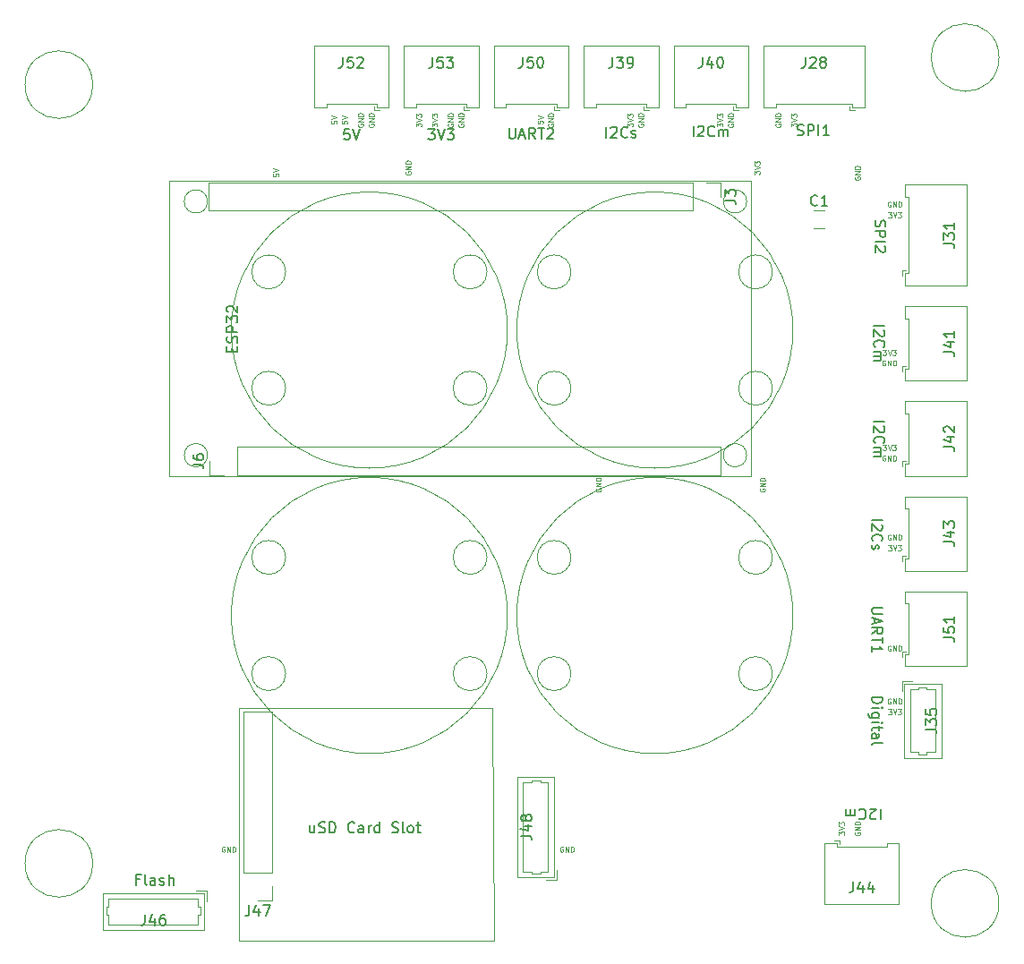
<source format=gbr>
G04 #@! TF.GenerationSoftware,KiCad,Pcbnew,(5.1.2)-2*
G04 #@! TF.CreationDate,2021-04-07T22:12:18-04:00*
G04 #@! TF.ProjectId,Magnetometer_A,4d61676e-6574-46f6-9d65-7465725f412e,rev?*
G04 #@! TF.SameCoordinates,Original*
G04 #@! TF.FileFunction,Legend,Top*
G04 #@! TF.FilePolarity,Positive*
%FSLAX46Y46*%
G04 Gerber Fmt 4.6, Leading zero omitted, Abs format (unit mm)*
G04 Created by KiCad (PCBNEW (5.1.2)-2) date 2021-04-07 22:12:18*
%MOMM*%
%LPD*%
G04 APERTURE LIST*
%ADD10C,0.150000*%
%ADD11C,0.125000*%
%ADD12C,0.120000*%
%ADD13C,0.050000*%
G04 APERTURE END LIST*
D10*
X46571428Y-104828571D02*
X46238095Y-104828571D01*
X46238095Y-105352380D02*
X46238095Y-104352380D01*
X46714285Y-104352380D01*
X47238095Y-105352380D02*
X47142857Y-105304761D01*
X47095238Y-105209523D01*
X47095238Y-104352380D01*
X48047619Y-105352380D02*
X48047619Y-104828571D01*
X48000000Y-104733333D01*
X47904761Y-104685714D01*
X47714285Y-104685714D01*
X47619047Y-104733333D01*
X48047619Y-105304761D02*
X47952380Y-105352380D01*
X47714285Y-105352380D01*
X47619047Y-105304761D01*
X47571428Y-105209523D01*
X47571428Y-105114285D01*
X47619047Y-105019047D01*
X47714285Y-104971428D01*
X47952380Y-104971428D01*
X48047619Y-104923809D01*
X48476190Y-105304761D02*
X48571428Y-105352380D01*
X48761904Y-105352380D01*
X48857142Y-105304761D01*
X48904761Y-105209523D01*
X48904761Y-105161904D01*
X48857142Y-105066666D01*
X48761904Y-105019047D01*
X48619047Y-105019047D01*
X48523809Y-104971428D01*
X48476190Y-104876190D01*
X48476190Y-104828571D01*
X48523809Y-104733333D01*
X48619047Y-104685714D01*
X48761904Y-104685714D01*
X48857142Y-104733333D01*
X49333333Y-105352380D02*
X49333333Y-104352380D01*
X49761904Y-105352380D02*
X49761904Y-104828571D01*
X49714285Y-104733333D01*
X49619047Y-104685714D01*
X49476190Y-104685714D01*
X49380952Y-104733333D01*
X49333333Y-104780952D01*
X116642857Y-98147619D02*
X116642857Y-99147619D01*
X116214285Y-99052380D02*
X116166666Y-99100000D01*
X116071428Y-99147619D01*
X115833333Y-99147619D01*
X115738095Y-99100000D01*
X115690476Y-99052380D01*
X115642857Y-98957142D01*
X115642857Y-98861904D01*
X115690476Y-98719047D01*
X116261904Y-98147619D01*
X115642857Y-98147619D01*
X114642857Y-98242857D02*
X114690476Y-98195238D01*
X114833333Y-98147619D01*
X114928571Y-98147619D01*
X115071428Y-98195238D01*
X115166666Y-98290476D01*
X115214285Y-98385714D01*
X115261904Y-98576190D01*
X115261904Y-98719047D01*
X115214285Y-98909523D01*
X115166666Y-99004761D01*
X115071428Y-99100000D01*
X114928571Y-99147619D01*
X114833333Y-99147619D01*
X114690476Y-99100000D01*
X114642857Y-99052380D01*
X114214285Y-98147619D02*
X114214285Y-98814285D01*
X114214285Y-98719047D02*
X114166666Y-98766666D01*
X114071428Y-98814285D01*
X113928571Y-98814285D01*
X113833333Y-98766666D01*
X113785714Y-98671428D01*
X113785714Y-98147619D01*
X113785714Y-98671428D02*
X113738095Y-98766666D01*
X113642857Y-98814285D01*
X113500000Y-98814285D01*
X113404761Y-98766666D01*
X113357142Y-98671428D01*
X113357142Y-98147619D01*
X115847619Y-87609523D02*
X116847619Y-87609523D01*
X116847619Y-87847619D01*
X116800000Y-87990476D01*
X116704761Y-88085714D01*
X116609523Y-88133333D01*
X116419047Y-88180952D01*
X116276190Y-88180952D01*
X116085714Y-88133333D01*
X115990476Y-88085714D01*
X115895238Y-87990476D01*
X115847619Y-87847619D01*
X115847619Y-87609523D01*
X115847619Y-88609523D02*
X116514285Y-88609523D01*
X116847619Y-88609523D02*
X116800000Y-88561904D01*
X116752380Y-88609523D01*
X116800000Y-88657142D01*
X116847619Y-88609523D01*
X116752380Y-88609523D01*
X116514285Y-89514285D02*
X115704761Y-89514285D01*
X115609523Y-89466666D01*
X115561904Y-89419047D01*
X115514285Y-89323809D01*
X115514285Y-89180952D01*
X115561904Y-89085714D01*
X115895238Y-89514285D02*
X115847619Y-89419047D01*
X115847619Y-89228571D01*
X115895238Y-89133333D01*
X115942857Y-89085714D01*
X116038095Y-89038095D01*
X116323809Y-89038095D01*
X116419047Y-89085714D01*
X116466666Y-89133333D01*
X116514285Y-89228571D01*
X116514285Y-89419047D01*
X116466666Y-89514285D01*
X115847619Y-89990476D02*
X116514285Y-89990476D01*
X116847619Y-89990476D02*
X116800000Y-89942857D01*
X116752380Y-89990476D01*
X116800000Y-90038095D01*
X116847619Y-89990476D01*
X116752380Y-89990476D01*
X116514285Y-90323809D02*
X116514285Y-90704761D01*
X116847619Y-90466666D02*
X115990476Y-90466666D01*
X115895238Y-90514285D01*
X115847619Y-90609523D01*
X115847619Y-90704761D01*
X115847619Y-91466666D02*
X116371428Y-91466666D01*
X116466666Y-91419047D01*
X116514285Y-91323809D01*
X116514285Y-91133333D01*
X116466666Y-91038095D01*
X115895238Y-91466666D02*
X115847619Y-91371428D01*
X115847619Y-91133333D01*
X115895238Y-91038095D01*
X115990476Y-90990476D01*
X116085714Y-90990476D01*
X116180952Y-91038095D01*
X116228571Y-91133333D01*
X116228571Y-91371428D01*
X116276190Y-91466666D01*
X115847619Y-92085714D02*
X115895238Y-91990476D01*
X115990476Y-91942857D01*
X116847619Y-91942857D01*
X116847619Y-79128571D02*
X116038095Y-79128571D01*
X115942857Y-79176190D01*
X115895238Y-79223809D01*
X115847619Y-79319047D01*
X115847619Y-79509523D01*
X115895238Y-79604761D01*
X115942857Y-79652380D01*
X116038095Y-79700000D01*
X116847619Y-79700000D01*
X116133333Y-80128571D02*
X116133333Y-80604761D01*
X115847619Y-80033333D02*
X116847619Y-80366666D01*
X115847619Y-80700000D01*
X115847619Y-81604761D02*
X116323809Y-81271428D01*
X115847619Y-81033333D02*
X116847619Y-81033333D01*
X116847619Y-81414285D01*
X116800000Y-81509523D01*
X116752380Y-81557142D01*
X116657142Y-81604761D01*
X116514285Y-81604761D01*
X116419047Y-81557142D01*
X116371428Y-81509523D01*
X116323809Y-81414285D01*
X116323809Y-81033333D01*
X116847619Y-81890476D02*
X116847619Y-82461904D01*
X115847619Y-82176190D02*
X116847619Y-82176190D01*
X115847619Y-83319047D02*
X115847619Y-82747619D01*
X115847619Y-83033333D02*
X116847619Y-83033333D01*
X116704761Y-82938095D01*
X116609523Y-82842857D01*
X116561904Y-82747619D01*
X115847619Y-70819047D02*
X116847619Y-70819047D01*
X116752380Y-71247619D02*
X116800000Y-71295238D01*
X116847619Y-71390476D01*
X116847619Y-71628571D01*
X116800000Y-71723809D01*
X116752380Y-71771428D01*
X116657142Y-71819047D01*
X116561904Y-71819047D01*
X116419047Y-71771428D01*
X115847619Y-71200000D01*
X115847619Y-71819047D01*
X115942857Y-72819047D02*
X115895238Y-72771428D01*
X115847619Y-72628571D01*
X115847619Y-72533333D01*
X115895238Y-72390476D01*
X115990476Y-72295238D01*
X116085714Y-72247619D01*
X116276190Y-72200000D01*
X116419047Y-72200000D01*
X116609523Y-72247619D01*
X116704761Y-72295238D01*
X116800000Y-72390476D01*
X116847619Y-72533333D01*
X116847619Y-72628571D01*
X116800000Y-72771428D01*
X116752380Y-72819047D01*
X115895238Y-73200000D02*
X115847619Y-73295238D01*
X115847619Y-73485714D01*
X115895238Y-73580952D01*
X115990476Y-73628571D01*
X116038095Y-73628571D01*
X116133333Y-73580952D01*
X116180952Y-73485714D01*
X116180952Y-73342857D01*
X116228571Y-73247619D01*
X116323809Y-73200000D01*
X116371428Y-73200000D01*
X116466666Y-73247619D01*
X116514285Y-73342857D01*
X116514285Y-73485714D01*
X116466666Y-73580952D01*
X116047619Y-61557142D02*
X117047619Y-61557142D01*
X116952380Y-61985714D02*
X117000000Y-62033333D01*
X117047619Y-62128571D01*
X117047619Y-62366666D01*
X117000000Y-62461904D01*
X116952380Y-62509523D01*
X116857142Y-62557142D01*
X116761904Y-62557142D01*
X116619047Y-62509523D01*
X116047619Y-61938095D01*
X116047619Y-62557142D01*
X116142857Y-63557142D02*
X116095238Y-63509523D01*
X116047619Y-63366666D01*
X116047619Y-63271428D01*
X116095238Y-63128571D01*
X116190476Y-63033333D01*
X116285714Y-62985714D01*
X116476190Y-62938095D01*
X116619047Y-62938095D01*
X116809523Y-62985714D01*
X116904761Y-63033333D01*
X117000000Y-63128571D01*
X117047619Y-63271428D01*
X117047619Y-63366666D01*
X117000000Y-63509523D01*
X116952380Y-63557142D01*
X116047619Y-63985714D02*
X116714285Y-63985714D01*
X116619047Y-63985714D02*
X116666666Y-64033333D01*
X116714285Y-64128571D01*
X116714285Y-64271428D01*
X116666666Y-64366666D01*
X116571428Y-64414285D01*
X116047619Y-64414285D01*
X116571428Y-64414285D02*
X116666666Y-64461904D01*
X116714285Y-64557142D01*
X116714285Y-64700000D01*
X116666666Y-64795238D01*
X116571428Y-64842857D01*
X116047619Y-64842857D01*
X116047619Y-52457142D02*
X117047619Y-52457142D01*
X116952380Y-52885714D02*
X117000000Y-52933333D01*
X117047619Y-53028571D01*
X117047619Y-53266666D01*
X117000000Y-53361904D01*
X116952380Y-53409523D01*
X116857142Y-53457142D01*
X116761904Y-53457142D01*
X116619047Y-53409523D01*
X116047619Y-52838095D01*
X116047619Y-53457142D01*
X116142857Y-54457142D02*
X116095238Y-54409523D01*
X116047619Y-54266666D01*
X116047619Y-54171428D01*
X116095238Y-54028571D01*
X116190476Y-53933333D01*
X116285714Y-53885714D01*
X116476190Y-53838095D01*
X116619047Y-53838095D01*
X116809523Y-53885714D01*
X116904761Y-53933333D01*
X117000000Y-54028571D01*
X117047619Y-54171428D01*
X117047619Y-54266666D01*
X117000000Y-54409523D01*
X116952380Y-54457142D01*
X116047619Y-54885714D02*
X116714285Y-54885714D01*
X116619047Y-54885714D02*
X116666666Y-54933333D01*
X116714285Y-55028571D01*
X116714285Y-55171428D01*
X116666666Y-55266666D01*
X116571428Y-55314285D01*
X116047619Y-55314285D01*
X116571428Y-55314285D02*
X116666666Y-55361904D01*
X116714285Y-55457142D01*
X116714285Y-55600000D01*
X116666666Y-55695238D01*
X116571428Y-55742857D01*
X116047619Y-55742857D01*
X116195238Y-42500000D02*
X116147619Y-42642857D01*
X116147619Y-42880952D01*
X116195238Y-42976190D01*
X116242857Y-43023809D01*
X116338095Y-43071428D01*
X116433333Y-43071428D01*
X116528571Y-43023809D01*
X116576190Y-42976190D01*
X116623809Y-42880952D01*
X116671428Y-42690476D01*
X116719047Y-42595238D01*
X116766666Y-42547619D01*
X116861904Y-42500000D01*
X116957142Y-42500000D01*
X117052380Y-42547619D01*
X117100000Y-42595238D01*
X117147619Y-42690476D01*
X117147619Y-42928571D01*
X117100000Y-43071428D01*
X116147619Y-43500000D02*
X117147619Y-43500000D01*
X117147619Y-43880952D01*
X117100000Y-43976190D01*
X117052380Y-44023809D01*
X116957142Y-44071428D01*
X116814285Y-44071428D01*
X116719047Y-44023809D01*
X116671428Y-43976190D01*
X116623809Y-43880952D01*
X116623809Y-43500000D01*
X116147619Y-44500000D02*
X117147619Y-44500000D01*
X117052380Y-44928571D02*
X117100000Y-44976190D01*
X117147619Y-45071428D01*
X117147619Y-45309523D01*
X117100000Y-45404761D01*
X117052380Y-45452380D01*
X116957142Y-45500000D01*
X116861904Y-45500000D01*
X116719047Y-45452380D01*
X116147619Y-44880952D01*
X116147619Y-45500000D01*
X108800000Y-34404761D02*
X108942857Y-34452380D01*
X109180952Y-34452380D01*
X109276190Y-34404761D01*
X109323809Y-34357142D01*
X109371428Y-34261904D01*
X109371428Y-34166666D01*
X109323809Y-34071428D01*
X109276190Y-34023809D01*
X109180952Y-33976190D01*
X108990476Y-33928571D01*
X108895238Y-33880952D01*
X108847619Y-33833333D01*
X108800000Y-33738095D01*
X108800000Y-33642857D01*
X108847619Y-33547619D01*
X108895238Y-33500000D01*
X108990476Y-33452380D01*
X109228571Y-33452380D01*
X109371428Y-33500000D01*
X109800000Y-34452380D02*
X109800000Y-33452380D01*
X110180952Y-33452380D01*
X110276190Y-33500000D01*
X110323809Y-33547619D01*
X110371428Y-33642857D01*
X110371428Y-33785714D01*
X110323809Y-33880952D01*
X110276190Y-33928571D01*
X110180952Y-33976190D01*
X109800000Y-33976190D01*
X110800000Y-34452380D02*
X110800000Y-33452380D01*
X111800000Y-34452380D02*
X111228571Y-34452380D01*
X111514285Y-34452380D02*
X111514285Y-33452380D01*
X111419047Y-33595238D01*
X111323809Y-33690476D01*
X111228571Y-33738095D01*
X98957142Y-34552380D02*
X98957142Y-33552380D01*
X99385714Y-33647619D02*
X99433333Y-33600000D01*
X99528571Y-33552380D01*
X99766666Y-33552380D01*
X99861904Y-33600000D01*
X99909523Y-33647619D01*
X99957142Y-33742857D01*
X99957142Y-33838095D01*
X99909523Y-33980952D01*
X99338095Y-34552380D01*
X99957142Y-34552380D01*
X100957142Y-34457142D02*
X100909523Y-34504761D01*
X100766666Y-34552380D01*
X100671428Y-34552380D01*
X100528571Y-34504761D01*
X100433333Y-34409523D01*
X100385714Y-34314285D01*
X100338095Y-34123809D01*
X100338095Y-33980952D01*
X100385714Y-33790476D01*
X100433333Y-33695238D01*
X100528571Y-33600000D01*
X100671428Y-33552380D01*
X100766666Y-33552380D01*
X100909523Y-33600000D01*
X100957142Y-33647619D01*
X101385714Y-34552380D02*
X101385714Y-33885714D01*
X101385714Y-33980952D02*
X101433333Y-33933333D01*
X101528571Y-33885714D01*
X101671428Y-33885714D01*
X101766666Y-33933333D01*
X101814285Y-34028571D01*
X101814285Y-34552380D01*
X101814285Y-34028571D02*
X101861904Y-33933333D01*
X101957142Y-33885714D01*
X102100000Y-33885714D01*
X102195238Y-33933333D01*
X102242857Y-34028571D01*
X102242857Y-34552380D01*
X90719047Y-34652380D02*
X90719047Y-33652380D01*
X91147619Y-33747619D02*
X91195238Y-33700000D01*
X91290476Y-33652380D01*
X91528571Y-33652380D01*
X91623809Y-33700000D01*
X91671428Y-33747619D01*
X91719047Y-33842857D01*
X91719047Y-33938095D01*
X91671428Y-34080952D01*
X91100000Y-34652380D01*
X91719047Y-34652380D01*
X92719047Y-34557142D02*
X92671428Y-34604761D01*
X92528571Y-34652380D01*
X92433333Y-34652380D01*
X92290476Y-34604761D01*
X92195238Y-34509523D01*
X92147619Y-34414285D01*
X92100000Y-34223809D01*
X92100000Y-34080952D01*
X92147619Y-33890476D01*
X92195238Y-33795238D01*
X92290476Y-33700000D01*
X92433333Y-33652380D01*
X92528571Y-33652380D01*
X92671428Y-33700000D01*
X92719047Y-33747619D01*
X93100000Y-34604761D02*
X93195238Y-34652380D01*
X93385714Y-34652380D01*
X93480952Y-34604761D01*
X93528571Y-34509523D01*
X93528571Y-34461904D01*
X93480952Y-34366666D01*
X93385714Y-34319047D01*
X93242857Y-34319047D01*
X93147619Y-34271428D01*
X93100000Y-34176190D01*
X93100000Y-34128571D01*
X93147619Y-34033333D01*
X93242857Y-33985714D01*
X93385714Y-33985714D01*
X93480952Y-34033333D01*
X81528571Y-33752380D02*
X81528571Y-34561904D01*
X81576190Y-34657142D01*
X81623809Y-34704761D01*
X81719047Y-34752380D01*
X81909523Y-34752380D01*
X82004761Y-34704761D01*
X82052380Y-34657142D01*
X82100000Y-34561904D01*
X82100000Y-33752380D01*
X82528571Y-34466666D02*
X83004761Y-34466666D01*
X82433333Y-34752380D02*
X82766666Y-33752380D01*
X83100000Y-34752380D01*
X84004761Y-34752380D02*
X83671428Y-34276190D01*
X83433333Y-34752380D02*
X83433333Y-33752380D01*
X83814285Y-33752380D01*
X83909523Y-33800000D01*
X83957142Y-33847619D01*
X84004761Y-33942857D01*
X84004761Y-34085714D01*
X83957142Y-34180952D01*
X83909523Y-34228571D01*
X83814285Y-34276190D01*
X83433333Y-34276190D01*
X84290476Y-33752380D02*
X84861904Y-33752380D01*
X84576190Y-34752380D02*
X84576190Y-33752380D01*
X85147619Y-33847619D02*
X85195238Y-33800000D01*
X85290476Y-33752380D01*
X85528571Y-33752380D01*
X85623809Y-33800000D01*
X85671428Y-33847619D01*
X85719047Y-33942857D01*
X85719047Y-34038095D01*
X85671428Y-34180952D01*
X85100000Y-34752380D01*
X85719047Y-34752380D01*
X73861904Y-33852380D02*
X74480952Y-33852380D01*
X74147619Y-34233333D01*
X74290476Y-34233333D01*
X74385714Y-34280952D01*
X74433333Y-34328571D01*
X74480952Y-34423809D01*
X74480952Y-34661904D01*
X74433333Y-34757142D01*
X74385714Y-34804761D01*
X74290476Y-34852380D01*
X74004761Y-34852380D01*
X73909523Y-34804761D01*
X73861904Y-34757142D01*
X74766666Y-33852380D02*
X75100000Y-34852380D01*
X75433333Y-33852380D01*
X75671428Y-33852380D02*
X76290476Y-33852380D01*
X75957142Y-34233333D01*
X76100000Y-34233333D01*
X76195238Y-34280952D01*
X76242857Y-34328571D01*
X76290476Y-34423809D01*
X76290476Y-34661904D01*
X76242857Y-34757142D01*
X76195238Y-34804761D01*
X76100000Y-34852380D01*
X75814285Y-34852380D01*
X75719047Y-34804761D01*
X75671428Y-34757142D01*
X66409523Y-33852380D02*
X65933333Y-33852380D01*
X65885714Y-34328571D01*
X65933333Y-34280952D01*
X66028571Y-34233333D01*
X66266666Y-34233333D01*
X66361904Y-34280952D01*
X66409523Y-34328571D01*
X66457142Y-34423809D01*
X66457142Y-34661904D01*
X66409523Y-34757142D01*
X66361904Y-34804761D01*
X66266666Y-34852380D01*
X66028571Y-34852380D01*
X65933333Y-34804761D01*
X65885714Y-34757142D01*
X66742857Y-33852380D02*
X67076190Y-34852380D01*
X67409523Y-33852380D01*
X63125714Y-99735714D02*
X63125714Y-100402380D01*
X62697142Y-99735714D02*
X62697142Y-100259523D01*
X62744761Y-100354761D01*
X62840000Y-100402380D01*
X62982857Y-100402380D01*
X63078095Y-100354761D01*
X63125714Y-100307142D01*
X63554285Y-100354761D02*
X63697142Y-100402380D01*
X63935238Y-100402380D01*
X64030476Y-100354761D01*
X64078095Y-100307142D01*
X64125714Y-100211904D01*
X64125714Y-100116666D01*
X64078095Y-100021428D01*
X64030476Y-99973809D01*
X63935238Y-99926190D01*
X63744761Y-99878571D01*
X63649523Y-99830952D01*
X63601904Y-99783333D01*
X63554285Y-99688095D01*
X63554285Y-99592857D01*
X63601904Y-99497619D01*
X63649523Y-99450000D01*
X63744761Y-99402380D01*
X63982857Y-99402380D01*
X64125714Y-99450000D01*
X64554285Y-100402380D02*
X64554285Y-99402380D01*
X64792380Y-99402380D01*
X64935238Y-99450000D01*
X65030476Y-99545238D01*
X65078095Y-99640476D01*
X65125714Y-99830952D01*
X65125714Y-99973809D01*
X65078095Y-100164285D01*
X65030476Y-100259523D01*
X64935238Y-100354761D01*
X64792380Y-100402380D01*
X64554285Y-100402380D01*
X66887619Y-100307142D02*
X66840000Y-100354761D01*
X66697142Y-100402380D01*
X66601904Y-100402380D01*
X66459047Y-100354761D01*
X66363809Y-100259523D01*
X66316190Y-100164285D01*
X66268571Y-99973809D01*
X66268571Y-99830952D01*
X66316190Y-99640476D01*
X66363809Y-99545238D01*
X66459047Y-99450000D01*
X66601904Y-99402380D01*
X66697142Y-99402380D01*
X66840000Y-99450000D01*
X66887619Y-99497619D01*
X67744761Y-100402380D02*
X67744761Y-99878571D01*
X67697142Y-99783333D01*
X67601904Y-99735714D01*
X67411428Y-99735714D01*
X67316190Y-99783333D01*
X67744761Y-100354761D02*
X67649523Y-100402380D01*
X67411428Y-100402380D01*
X67316190Y-100354761D01*
X67268571Y-100259523D01*
X67268571Y-100164285D01*
X67316190Y-100069047D01*
X67411428Y-100021428D01*
X67649523Y-100021428D01*
X67744761Y-99973809D01*
X68220952Y-100402380D02*
X68220952Y-99735714D01*
X68220952Y-99926190D02*
X68268571Y-99830952D01*
X68316190Y-99783333D01*
X68411428Y-99735714D01*
X68506666Y-99735714D01*
X69268571Y-100402380D02*
X69268571Y-99402380D01*
X69268571Y-100354761D02*
X69173333Y-100402380D01*
X68982857Y-100402380D01*
X68887619Y-100354761D01*
X68840000Y-100307142D01*
X68792380Y-100211904D01*
X68792380Y-99926190D01*
X68840000Y-99830952D01*
X68887619Y-99783333D01*
X68982857Y-99735714D01*
X69173333Y-99735714D01*
X69268571Y-99783333D01*
X70459047Y-100354761D02*
X70601904Y-100402380D01*
X70840000Y-100402380D01*
X70935238Y-100354761D01*
X70982857Y-100307142D01*
X71030476Y-100211904D01*
X71030476Y-100116666D01*
X70982857Y-100021428D01*
X70935238Y-99973809D01*
X70840000Y-99926190D01*
X70649523Y-99878571D01*
X70554285Y-99830952D01*
X70506666Y-99783333D01*
X70459047Y-99688095D01*
X70459047Y-99592857D01*
X70506666Y-99497619D01*
X70554285Y-99450000D01*
X70649523Y-99402380D01*
X70887619Y-99402380D01*
X71030476Y-99450000D01*
X71601904Y-100402380D02*
X71506666Y-100354761D01*
X71459047Y-100259523D01*
X71459047Y-99402380D01*
X72125714Y-100402380D02*
X72030476Y-100354761D01*
X71982857Y-100307142D01*
X71935238Y-100211904D01*
X71935238Y-99926190D01*
X71982857Y-99830952D01*
X72030476Y-99783333D01*
X72125714Y-99735714D01*
X72268571Y-99735714D01*
X72363809Y-99783333D01*
X72411428Y-99830952D01*
X72459047Y-99926190D01*
X72459047Y-100211904D01*
X72411428Y-100307142D01*
X72363809Y-100354761D01*
X72268571Y-100402380D01*
X72125714Y-100402380D01*
X72744761Y-99735714D02*
X73125714Y-99735714D01*
X72887619Y-99402380D02*
X72887619Y-100259523D01*
X72935238Y-100354761D01*
X73030476Y-100402380D01*
X73125714Y-100402380D01*
D11*
X59226190Y-38095238D02*
X59226190Y-38333333D01*
X59464285Y-38357142D01*
X59440476Y-38333333D01*
X59416666Y-38285714D01*
X59416666Y-38166666D01*
X59440476Y-38119047D01*
X59464285Y-38095238D01*
X59511904Y-38071428D01*
X59630952Y-38071428D01*
X59678571Y-38095238D01*
X59702380Y-38119047D01*
X59726190Y-38166666D01*
X59726190Y-38285714D01*
X59702380Y-38333333D01*
X59678571Y-38357142D01*
X59226190Y-37928571D02*
X59726190Y-37761904D01*
X59226190Y-37595238D01*
X84226190Y-33095238D02*
X84226190Y-33333333D01*
X84464285Y-33357142D01*
X84440476Y-33333333D01*
X84416666Y-33285714D01*
X84416666Y-33166666D01*
X84440476Y-33119047D01*
X84464285Y-33095238D01*
X84511904Y-33071428D01*
X84630952Y-33071428D01*
X84678571Y-33095238D01*
X84702380Y-33119047D01*
X84726190Y-33166666D01*
X84726190Y-33285714D01*
X84702380Y-33333333D01*
X84678571Y-33357142D01*
X84226190Y-32928571D02*
X84726190Y-32761904D01*
X84226190Y-32595238D01*
X64726190Y-33095238D02*
X64726190Y-33333333D01*
X64964285Y-33357142D01*
X64940476Y-33333333D01*
X64916666Y-33285714D01*
X64916666Y-33166666D01*
X64940476Y-33119047D01*
X64964285Y-33095238D01*
X65011904Y-33071428D01*
X65130952Y-33071428D01*
X65178571Y-33095238D01*
X65202380Y-33119047D01*
X65226190Y-33166666D01*
X65226190Y-33285714D01*
X65202380Y-33333333D01*
X65178571Y-33357142D01*
X64726190Y-32928571D02*
X65226190Y-32761904D01*
X64726190Y-32595238D01*
X65726190Y-33095238D02*
X65726190Y-33333333D01*
X65964285Y-33357142D01*
X65940476Y-33333333D01*
X65916666Y-33285714D01*
X65916666Y-33166666D01*
X65940476Y-33119047D01*
X65964285Y-33095238D01*
X66011904Y-33071428D01*
X66130952Y-33071428D01*
X66178571Y-33095238D01*
X66202380Y-33119047D01*
X66226190Y-33166666D01*
X66226190Y-33285714D01*
X66202380Y-33333333D01*
X66178571Y-33357142D01*
X65726190Y-32928571D02*
X66226190Y-32761904D01*
X65726190Y-32595238D01*
X104726190Y-38119047D02*
X104726190Y-37809523D01*
X104916666Y-37976190D01*
X104916666Y-37904761D01*
X104940476Y-37857142D01*
X104964285Y-37833333D01*
X105011904Y-37809523D01*
X105130952Y-37809523D01*
X105178571Y-37833333D01*
X105202380Y-37857142D01*
X105226190Y-37904761D01*
X105226190Y-38047619D01*
X105202380Y-38095238D01*
X105178571Y-38119047D01*
X104726190Y-37666666D02*
X105226190Y-37500000D01*
X104726190Y-37333333D01*
X104726190Y-37214285D02*
X104726190Y-36904761D01*
X104916666Y-37071428D01*
X104916666Y-37000000D01*
X104940476Y-36952380D01*
X104964285Y-36928571D01*
X105011904Y-36904761D01*
X105130952Y-36904761D01*
X105178571Y-36928571D01*
X105202380Y-36952380D01*
X105226190Y-37000000D01*
X105226190Y-37142857D01*
X105202380Y-37190476D01*
X105178571Y-37214285D01*
X112726190Y-100619047D02*
X112726190Y-100309523D01*
X112916666Y-100476190D01*
X112916666Y-100404761D01*
X112940476Y-100357142D01*
X112964285Y-100333333D01*
X113011904Y-100309523D01*
X113130952Y-100309523D01*
X113178571Y-100333333D01*
X113202380Y-100357142D01*
X113226190Y-100404761D01*
X113226190Y-100547619D01*
X113202380Y-100595238D01*
X113178571Y-100619047D01*
X112726190Y-100166666D02*
X113226190Y-100000000D01*
X112726190Y-99833333D01*
X112726190Y-99714285D02*
X112726190Y-99404761D01*
X112916666Y-99571428D01*
X112916666Y-99500000D01*
X112940476Y-99452380D01*
X112964285Y-99428571D01*
X113011904Y-99404761D01*
X113130952Y-99404761D01*
X113178571Y-99428571D01*
X113202380Y-99452380D01*
X113226190Y-99500000D01*
X113226190Y-99642857D01*
X113202380Y-99690476D01*
X113178571Y-99714285D01*
X117380952Y-88726190D02*
X117690476Y-88726190D01*
X117523809Y-88916666D01*
X117595238Y-88916666D01*
X117642857Y-88940476D01*
X117666666Y-88964285D01*
X117690476Y-89011904D01*
X117690476Y-89130952D01*
X117666666Y-89178571D01*
X117642857Y-89202380D01*
X117595238Y-89226190D01*
X117452380Y-89226190D01*
X117404761Y-89202380D01*
X117380952Y-89178571D01*
X117833333Y-88726190D02*
X118000000Y-89226190D01*
X118166666Y-88726190D01*
X118285714Y-88726190D02*
X118595238Y-88726190D01*
X118428571Y-88916666D01*
X118500000Y-88916666D01*
X118547619Y-88940476D01*
X118571428Y-88964285D01*
X118595238Y-89011904D01*
X118595238Y-89130952D01*
X118571428Y-89178571D01*
X118547619Y-89202380D01*
X118500000Y-89226190D01*
X118357142Y-89226190D01*
X118309523Y-89202380D01*
X118285714Y-89178571D01*
X117619047Y-72250000D02*
X117571428Y-72226190D01*
X117500000Y-72226190D01*
X117428571Y-72250000D01*
X117380952Y-72297619D01*
X117357142Y-72345238D01*
X117333333Y-72440476D01*
X117333333Y-72511904D01*
X117357142Y-72607142D01*
X117380952Y-72654761D01*
X117428571Y-72702380D01*
X117500000Y-72726190D01*
X117547619Y-72726190D01*
X117619047Y-72702380D01*
X117642857Y-72678571D01*
X117642857Y-72511904D01*
X117547619Y-72511904D01*
X117857142Y-72726190D02*
X117857142Y-72226190D01*
X118142857Y-72726190D01*
X118142857Y-72226190D01*
X118380952Y-72726190D02*
X118380952Y-72226190D01*
X118500000Y-72226190D01*
X118571428Y-72250000D01*
X118619047Y-72297619D01*
X118642857Y-72345238D01*
X118666666Y-72440476D01*
X118666666Y-72511904D01*
X118642857Y-72607142D01*
X118619047Y-72654761D01*
X118571428Y-72702380D01*
X118500000Y-72726190D01*
X118380952Y-72726190D01*
X117380952Y-73226190D02*
X117690476Y-73226190D01*
X117523809Y-73416666D01*
X117595238Y-73416666D01*
X117642857Y-73440476D01*
X117666666Y-73464285D01*
X117690476Y-73511904D01*
X117690476Y-73630952D01*
X117666666Y-73678571D01*
X117642857Y-73702380D01*
X117595238Y-73726190D01*
X117452380Y-73726190D01*
X117404761Y-73702380D01*
X117380952Y-73678571D01*
X117833333Y-73226190D02*
X118000000Y-73726190D01*
X118166666Y-73226190D01*
X118285714Y-73226190D02*
X118595238Y-73226190D01*
X118428571Y-73416666D01*
X118500000Y-73416666D01*
X118547619Y-73440476D01*
X118571428Y-73464285D01*
X118595238Y-73511904D01*
X118595238Y-73630952D01*
X118571428Y-73678571D01*
X118547619Y-73702380D01*
X118500000Y-73726190D01*
X118357142Y-73726190D01*
X118309523Y-73702380D01*
X118285714Y-73678571D01*
X116880952Y-63726190D02*
X117190476Y-63726190D01*
X117023809Y-63916666D01*
X117095238Y-63916666D01*
X117142857Y-63940476D01*
X117166666Y-63964285D01*
X117190476Y-64011904D01*
X117190476Y-64130952D01*
X117166666Y-64178571D01*
X117142857Y-64202380D01*
X117095238Y-64226190D01*
X116952380Y-64226190D01*
X116904761Y-64202380D01*
X116880952Y-64178571D01*
X117333333Y-63726190D02*
X117500000Y-64226190D01*
X117666666Y-63726190D01*
X117785714Y-63726190D02*
X118095238Y-63726190D01*
X117928571Y-63916666D01*
X118000000Y-63916666D01*
X118047619Y-63940476D01*
X118071428Y-63964285D01*
X118095238Y-64011904D01*
X118095238Y-64130952D01*
X118071428Y-64178571D01*
X118047619Y-64202380D01*
X118000000Y-64226190D01*
X117857142Y-64226190D01*
X117809523Y-64202380D01*
X117785714Y-64178571D01*
X116880952Y-54726190D02*
X117190476Y-54726190D01*
X117023809Y-54916666D01*
X117095238Y-54916666D01*
X117142857Y-54940476D01*
X117166666Y-54964285D01*
X117190476Y-55011904D01*
X117190476Y-55130952D01*
X117166666Y-55178571D01*
X117142857Y-55202380D01*
X117095238Y-55226190D01*
X116952380Y-55226190D01*
X116904761Y-55202380D01*
X116880952Y-55178571D01*
X117333333Y-54726190D02*
X117500000Y-55226190D01*
X117666666Y-54726190D01*
X117785714Y-54726190D02*
X118095238Y-54726190D01*
X117928571Y-54916666D01*
X118000000Y-54916666D01*
X118047619Y-54940476D01*
X118071428Y-54964285D01*
X118095238Y-55011904D01*
X118095238Y-55130952D01*
X118071428Y-55178571D01*
X118047619Y-55202380D01*
X118000000Y-55226190D01*
X117857142Y-55226190D01*
X117809523Y-55202380D01*
X117785714Y-55178571D01*
X117380952Y-41726190D02*
X117690476Y-41726190D01*
X117523809Y-41916666D01*
X117595238Y-41916666D01*
X117642857Y-41940476D01*
X117666666Y-41964285D01*
X117690476Y-42011904D01*
X117690476Y-42130952D01*
X117666666Y-42178571D01*
X117642857Y-42202380D01*
X117595238Y-42226190D01*
X117452380Y-42226190D01*
X117404761Y-42202380D01*
X117380952Y-42178571D01*
X117833333Y-41726190D02*
X118000000Y-42226190D01*
X118166666Y-41726190D01*
X118285714Y-41726190D02*
X118595238Y-41726190D01*
X118428571Y-41916666D01*
X118500000Y-41916666D01*
X118547619Y-41940476D01*
X118571428Y-41964285D01*
X118595238Y-42011904D01*
X118595238Y-42130952D01*
X118571428Y-42178571D01*
X118547619Y-42202380D01*
X118500000Y-42226190D01*
X118357142Y-42226190D01*
X118309523Y-42202380D01*
X118285714Y-42178571D01*
X108226190Y-33619047D02*
X108226190Y-33309523D01*
X108416666Y-33476190D01*
X108416666Y-33404761D01*
X108440476Y-33357142D01*
X108464285Y-33333333D01*
X108511904Y-33309523D01*
X108630952Y-33309523D01*
X108678571Y-33333333D01*
X108702380Y-33357142D01*
X108726190Y-33404761D01*
X108726190Y-33547619D01*
X108702380Y-33595238D01*
X108678571Y-33619047D01*
X108226190Y-33166666D02*
X108726190Y-33000000D01*
X108226190Y-32833333D01*
X108226190Y-32714285D02*
X108226190Y-32404761D01*
X108416666Y-32571428D01*
X108416666Y-32500000D01*
X108440476Y-32452380D01*
X108464285Y-32428571D01*
X108511904Y-32404761D01*
X108630952Y-32404761D01*
X108678571Y-32428571D01*
X108702380Y-32452380D01*
X108726190Y-32500000D01*
X108726190Y-32642857D01*
X108702380Y-32690476D01*
X108678571Y-32714285D01*
X101226190Y-33619047D02*
X101226190Y-33309523D01*
X101416666Y-33476190D01*
X101416666Y-33404761D01*
X101440476Y-33357142D01*
X101464285Y-33333333D01*
X101511904Y-33309523D01*
X101630952Y-33309523D01*
X101678571Y-33333333D01*
X101702380Y-33357142D01*
X101726190Y-33404761D01*
X101726190Y-33547619D01*
X101702380Y-33595238D01*
X101678571Y-33619047D01*
X101226190Y-33166666D02*
X101726190Y-33000000D01*
X101226190Y-32833333D01*
X101226190Y-32714285D02*
X101226190Y-32404761D01*
X101416666Y-32571428D01*
X101416666Y-32500000D01*
X101440476Y-32452380D01*
X101464285Y-32428571D01*
X101511904Y-32404761D01*
X101630952Y-32404761D01*
X101678571Y-32428571D01*
X101702380Y-32452380D01*
X101726190Y-32500000D01*
X101726190Y-32642857D01*
X101702380Y-32690476D01*
X101678571Y-32714285D01*
X92726190Y-33619047D02*
X92726190Y-33309523D01*
X92916666Y-33476190D01*
X92916666Y-33404761D01*
X92940476Y-33357142D01*
X92964285Y-33333333D01*
X93011904Y-33309523D01*
X93130952Y-33309523D01*
X93178571Y-33333333D01*
X93202380Y-33357142D01*
X93226190Y-33404761D01*
X93226190Y-33547619D01*
X93202380Y-33595238D01*
X93178571Y-33619047D01*
X92726190Y-33166666D02*
X93226190Y-33000000D01*
X92726190Y-32833333D01*
X92726190Y-32714285D02*
X92726190Y-32404761D01*
X92916666Y-32571428D01*
X92916666Y-32500000D01*
X92940476Y-32452380D01*
X92964285Y-32428571D01*
X93011904Y-32404761D01*
X93130952Y-32404761D01*
X93178571Y-32428571D01*
X93202380Y-32452380D01*
X93226190Y-32500000D01*
X93226190Y-32642857D01*
X93202380Y-32690476D01*
X93178571Y-32714285D01*
X67250000Y-33380952D02*
X67226190Y-33428571D01*
X67226190Y-33500000D01*
X67250000Y-33571428D01*
X67297619Y-33619047D01*
X67345238Y-33642857D01*
X67440476Y-33666666D01*
X67511904Y-33666666D01*
X67607142Y-33642857D01*
X67654761Y-33619047D01*
X67702380Y-33571428D01*
X67726190Y-33500000D01*
X67726190Y-33452380D01*
X67702380Y-33380952D01*
X67678571Y-33357142D01*
X67511904Y-33357142D01*
X67511904Y-33452380D01*
X67726190Y-33142857D02*
X67226190Y-33142857D01*
X67726190Y-32857142D01*
X67226190Y-32857142D01*
X67726190Y-32619047D02*
X67226190Y-32619047D01*
X67226190Y-32500000D01*
X67250000Y-32428571D01*
X67297619Y-32380952D01*
X67345238Y-32357142D01*
X67440476Y-32333333D01*
X67511904Y-32333333D01*
X67607142Y-32357142D01*
X67654761Y-32380952D01*
X67702380Y-32428571D01*
X67726190Y-32500000D01*
X67726190Y-32619047D01*
X75750000Y-33380952D02*
X75726190Y-33428571D01*
X75726190Y-33500000D01*
X75750000Y-33571428D01*
X75797619Y-33619047D01*
X75845238Y-33642857D01*
X75940476Y-33666666D01*
X76011904Y-33666666D01*
X76107142Y-33642857D01*
X76154761Y-33619047D01*
X76202380Y-33571428D01*
X76226190Y-33500000D01*
X76226190Y-33452380D01*
X76202380Y-33380952D01*
X76178571Y-33357142D01*
X76011904Y-33357142D01*
X76011904Y-33452380D01*
X76226190Y-33142857D02*
X75726190Y-33142857D01*
X76226190Y-32857142D01*
X75726190Y-32857142D01*
X76226190Y-32619047D02*
X75726190Y-32619047D01*
X75726190Y-32500000D01*
X75750000Y-32428571D01*
X75797619Y-32380952D01*
X75845238Y-32357142D01*
X75940476Y-32333333D01*
X76011904Y-32333333D01*
X76107142Y-32357142D01*
X76154761Y-32380952D01*
X76202380Y-32428571D01*
X76226190Y-32500000D01*
X76226190Y-32619047D01*
X74226190Y-33619047D02*
X74226190Y-33309523D01*
X74416666Y-33476190D01*
X74416666Y-33404761D01*
X74440476Y-33357142D01*
X74464285Y-33333333D01*
X74511904Y-33309523D01*
X74630952Y-33309523D01*
X74678571Y-33333333D01*
X74702380Y-33357142D01*
X74726190Y-33404761D01*
X74726190Y-33547619D01*
X74702380Y-33595238D01*
X74678571Y-33619047D01*
X74226190Y-33166666D02*
X74726190Y-33000000D01*
X74226190Y-32833333D01*
X74226190Y-32714285D02*
X74226190Y-32404761D01*
X74416666Y-32571428D01*
X74416666Y-32500000D01*
X74440476Y-32452380D01*
X74464285Y-32428571D01*
X74511904Y-32404761D01*
X74630952Y-32404761D01*
X74678571Y-32428571D01*
X74702380Y-32452380D01*
X74726190Y-32500000D01*
X74726190Y-32642857D01*
X74702380Y-32690476D01*
X74678571Y-32714285D01*
X72726190Y-33619047D02*
X72726190Y-33309523D01*
X72916666Y-33476190D01*
X72916666Y-33404761D01*
X72940476Y-33357142D01*
X72964285Y-33333333D01*
X73011904Y-33309523D01*
X73130952Y-33309523D01*
X73178571Y-33333333D01*
X73202380Y-33357142D01*
X73226190Y-33404761D01*
X73226190Y-33547619D01*
X73202380Y-33595238D01*
X73178571Y-33619047D01*
X72726190Y-33166666D02*
X73226190Y-33000000D01*
X72726190Y-32833333D01*
X72726190Y-32714285D02*
X72726190Y-32404761D01*
X72916666Y-32571428D01*
X72916666Y-32500000D01*
X72940476Y-32452380D01*
X72964285Y-32428571D01*
X73011904Y-32404761D01*
X73130952Y-32404761D01*
X73178571Y-32428571D01*
X73202380Y-32452380D01*
X73226190Y-32500000D01*
X73226190Y-32642857D01*
X73202380Y-32690476D01*
X73178571Y-32714285D01*
X114250000Y-38380952D02*
X114226190Y-38428571D01*
X114226190Y-38500000D01*
X114250000Y-38571428D01*
X114297619Y-38619047D01*
X114345238Y-38642857D01*
X114440476Y-38666666D01*
X114511904Y-38666666D01*
X114607142Y-38642857D01*
X114654761Y-38619047D01*
X114702380Y-38571428D01*
X114726190Y-38500000D01*
X114726190Y-38452380D01*
X114702380Y-38380952D01*
X114678571Y-38357142D01*
X114511904Y-38357142D01*
X114511904Y-38452380D01*
X114726190Y-38142857D02*
X114226190Y-38142857D01*
X114726190Y-37857142D01*
X114226190Y-37857142D01*
X114726190Y-37619047D02*
X114226190Y-37619047D01*
X114226190Y-37500000D01*
X114250000Y-37428571D01*
X114297619Y-37380952D01*
X114345238Y-37357142D01*
X114440476Y-37333333D01*
X114511904Y-37333333D01*
X114607142Y-37357142D01*
X114654761Y-37380952D01*
X114702380Y-37428571D01*
X114726190Y-37500000D01*
X114726190Y-37619047D01*
X117619047Y-40750000D02*
X117571428Y-40726190D01*
X117500000Y-40726190D01*
X117428571Y-40750000D01*
X117380952Y-40797619D01*
X117357142Y-40845238D01*
X117333333Y-40940476D01*
X117333333Y-41011904D01*
X117357142Y-41107142D01*
X117380952Y-41154761D01*
X117428571Y-41202380D01*
X117500000Y-41226190D01*
X117547619Y-41226190D01*
X117619047Y-41202380D01*
X117642857Y-41178571D01*
X117642857Y-41011904D01*
X117547619Y-41011904D01*
X117857142Y-41226190D02*
X117857142Y-40726190D01*
X118142857Y-41226190D01*
X118142857Y-40726190D01*
X118380952Y-41226190D02*
X118380952Y-40726190D01*
X118500000Y-40726190D01*
X118571428Y-40750000D01*
X118619047Y-40797619D01*
X118642857Y-40845238D01*
X118666666Y-40940476D01*
X118666666Y-41011904D01*
X118642857Y-41107142D01*
X118619047Y-41154761D01*
X118571428Y-41202380D01*
X118500000Y-41226190D01*
X118380952Y-41226190D01*
X117119047Y-55750000D02*
X117071428Y-55726190D01*
X117000000Y-55726190D01*
X116928571Y-55750000D01*
X116880952Y-55797619D01*
X116857142Y-55845238D01*
X116833333Y-55940476D01*
X116833333Y-56011904D01*
X116857142Y-56107142D01*
X116880952Y-56154761D01*
X116928571Y-56202380D01*
X117000000Y-56226190D01*
X117047619Y-56226190D01*
X117119047Y-56202380D01*
X117142857Y-56178571D01*
X117142857Y-56011904D01*
X117047619Y-56011904D01*
X117357142Y-56226190D02*
X117357142Y-55726190D01*
X117642857Y-56226190D01*
X117642857Y-55726190D01*
X117880952Y-56226190D02*
X117880952Y-55726190D01*
X118000000Y-55726190D01*
X118071428Y-55750000D01*
X118119047Y-55797619D01*
X118142857Y-55845238D01*
X118166666Y-55940476D01*
X118166666Y-56011904D01*
X118142857Y-56107142D01*
X118119047Y-56154761D01*
X118071428Y-56202380D01*
X118000000Y-56226190D01*
X117880952Y-56226190D01*
X117119047Y-64750000D02*
X117071428Y-64726190D01*
X117000000Y-64726190D01*
X116928571Y-64750000D01*
X116880952Y-64797619D01*
X116857142Y-64845238D01*
X116833333Y-64940476D01*
X116833333Y-65011904D01*
X116857142Y-65107142D01*
X116880952Y-65154761D01*
X116928571Y-65202380D01*
X117000000Y-65226190D01*
X117047619Y-65226190D01*
X117119047Y-65202380D01*
X117142857Y-65178571D01*
X117142857Y-65011904D01*
X117047619Y-65011904D01*
X117357142Y-65226190D02*
X117357142Y-64726190D01*
X117642857Y-65226190D01*
X117642857Y-64726190D01*
X117880952Y-65226190D02*
X117880952Y-64726190D01*
X118000000Y-64726190D01*
X118071428Y-64750000D01*
X118119047Y-64797619D01*
X118142857Y-64845238D01*
X118166666Y-64940476D01*
X118166666Y-65011904D01*
X118142857Y-65107142D01*
X118119047Y-65154761D01*
X118071428Y-65202380D01*
X118000000Y-65226190D01*
X117880952Y-65226190D01*
X117619047Y-82750000D02*
X117571428Y-82726190D01*
X117500000Y-82726190D01*
X117428571Y-82750000D01*
X117380952Y-82797619D01*
X117357142Y-82845238D01*
X117333333Y-82940476D01*
X117333333Y-83011904D01*
X117357142Y-83107142D01*
X117380952Y-83154761D01*
X117428571Y-83202380D01*
X117500000Y-83226190D01*
X117547619Y-83226190D01*
X117619047Y-83202380D01*
X117642857Y-83178571D01*
X117642857Y-83011904D01*
X117547619Y-83011904D01*
X117857142Y-83226190D02*
X117857142Y-82726190D01*
X118142857Y-83226190D01*
X118142857Y-82726190D01*
X118380952Y-83226190D02*
X118380952Y-82726190D01*
X118500000Y-82726190D01*
X118571428Y-82750000D01*
X118619047Y-82797619D01*
X118642857Y-82845238D01*
X118666666Y-82940476D01*
X118666666Y-83011904D01*
X118642857Y-83107142D01*
X118619047Y-83154761D01*
X118571428Y-83202380D01*
X118500000Y-83226190D01*
X118380952Y-83226190D01*
X117619047Y-87750000D02*
X117571428Y-87726190D01*
X117500000Y-87726190D01*
X117428571Y-87750000D01*
X117380952Y-87797619D01*
X117357142Y-87845238D01*
X117333333Y-87940476D01*
X117333333Y-88011904D01*
X117357142Y-88107142D01*
X117380952Y-88154761D01*
X117428571Y-88202380D01*
X117500000Y-88226190D01*
X117547619Y-88226190D01*
X117619047Y-88202380D01*
X117642857Y-88178571D01*
X117642857Y-88011904D01*
X117547619Y-88011904D01*
X117857142Y-88226190D02*
X117857142Y-87726190D01*
X118142857Y-88226190D01*
X118142857Y-87726190D01*
X118380952Y-88226190D02*
X118380952Y-87726190D01*
X118500000Y-87726190D01*
X118571428Y-87750000D01*
X118619047Y-87797619D01*
X118642857Y-87845238D01*
X118666666Y-87940476D01*
X118666666Y-88011904D01*
X118642857Y-88107142D01*
X118619047Y-88154761D01*
X118571428Y-88202380D01*
X118500000Y-88226190D01*
X118380952Y-88226190D01*
X114250000Y-100380952D02*
X114226190Y-100428571D01*
X114226190Y-100500000D01*
X114250000Y-100571428D01*
X114297619Y-100619047D01*
X114345238Y-100642857D01*
X114440476Y-100666666D01*
X114511904Y-100666666D01*
X114607142Y-100642857D01*
X114654761Y-100619047D01*
X114702380Y-100571428D01*
X114726190Y-100500000D01*
X114726190Y-100452380D01*
X114702380Y-100380952D01*
X114678571Y-100357142D01*
X114511904Y-100357142D01*
X114511904Y-100452380D01*
X114726190Y-100142857D02*
X114226190Y-100142857D01*
X114726190Y-99857142D01*
X114226190Y-99857142D01*
X114726190Y-99619047D02*
X114226190Y-99619047D01*
X114226190Y-99500000D01*
X114250000Y-99428571D01*
X114297619Y-99380952D01*
X114345238Y-99357142D01*
X114440476Y-99333333D01*
X114511904Y-99333333D01*
X114607142Y-99357142D01*
X114654761Y-99380952D01*
X114702380Y-99428571D01*
X114726190Y-99500000D01*
X114726190Y-99619047D01*
X86619047Y-101750000D02*
X86571428Y-101726190D01*
X86500000Y-101726190D01*
X86428571Y-101750000D01*
X86380952Y-101797619D01*
X86357142Y-101845238D01*
X86333333Y-101940476D01*
X86333333Y-102011904D01*
X86357142Y-102107142D01*
X86380952Y-102154761D01*
X86428571Y-102202380D01*
X86500000Y-102226190D01*
X86547619Y-102226190D01*
X86619047Y-102202380D01*
X86642857Y-102178571D01*
X86642857Y-102011904D01*
X86547619Y-102011904D01*
X86857142Y-102226190D02*
X86857142Y-101726190D01*
X87142857Y-102226190D01*
X87142857Y-101726190D01*
X87380952Y-102226190D02*
X87380952Y-101726190D01*
X87500000Y-101726190D01*
X87571428Y-101750000D01*
X87619047Y-101797619D01*
X87642857Y-101845238D01*
X87666666Y-101940476D01*
X87666666Y-102011904D01*
X87642857Y-102107142D01*
X87619047Y-102154761D01*
X87571428Y-102202380D01*
X87500000Y-102226190D01*
X87380952Y-102226190D01*
X54619047Y-101750000D02*
X54571428Y-101726190D01*
X54500000Y-101726190D01*
X54428571Y-101750000D01*
X54380952Y-101797619D01*
X54357142Y-101845238D01*
X54333333Y-101940476D01*
X54333333Y-102011904D01*
X54357142Y-102107142D01*
X54380952Y-102154761D01*
X54428571Y-102202380D01*
X54500000Y-102226190D01*
X54547619Y-102226190D01*
X54619047Y-102202380D01*
X54642857Y-102178571D01*
X54642857Y-102011904D01*
X54547619Y-102011904D01*
X54857142Y-102226190D02*
X54857142Y-101726190D01*
X55142857Y-102226190D01*
X55142857Y-101726190D01*
X55380952Y-102226190D02*
X55380952Y-101726190D01*
X55500000Y-101726190D01*
X55571428Y-101750000D01*
X55619047Y-101797619D01*
X55642857Y-101845238D01*
X55666666Y-101940476D01*
X55666666Y-102011904D01*
X55642857Y-102107142D01*
X55619047Y-102154761D01*
X55571428Y-102202380D01*
X55500000Y-102226190D01*
X55380952Y-102226190D01*
X89750000Y-67880952D02*
X89726190Y-67928571D01*
X89726190Y-68000000D01*
X89750000Y-68071428D01*
X89797619Y-68119047D01*
X89845238Y-68142857D01*
X89940476Y-68166666D01*
X90011904Y-68166666D01*
X90107142Y-68142857D01*
X90154761Y-68119047D01*
X90202380Y-68071428D01*
X90226190Y-68000000D01*
X90226190Y-67952380D01*
X90202380Y-67880952D01*
X90178571Y-67857142D01*
X90011904Y-67857142D01*
X90011904Y-67952380D01*
X90226190Y-67642857D02*
X89726190Y-67642857D01*
X90226190Y-67357142D01*
X89726190Y-67357142D01*
X90226190Y-67119047D02*
X89726190Y-67119047D01*
X89726190Y-67000000D01*
X89750000Y-66928571D01*
X89797619Y-66880952D01*
X89845238Y-66857142D01*
X89940476Y-66833333D01*
X90011904Y-66833333D01*
X90107142Y-66857142D01*
X90154761Y-66880952D01*
X90202380Y-66928571D01*
X90226190Y-67000000D01*
X90226190Y-67119047D01*
X105250000Y-67880952D02*
X105226190Y-67928571D01*
X105226190Y-68000000D01*
X105250000Y-68071428D01*
X105297619Y-68119047D01*
X105345238Y-68142857D01*
X105440476Y-68166666D01*
X105511904Y-68166666D01*
X105607142Y-68142857D01*
X105654761Y-68119047D01*
X105702380Y-68071428D01*
X105726190Y-68000000D01*
X105726190Y-67952380D01*
X105702380Y-67880952D01*
X105678571Y-67857142D01*
X105511904Y-67857142D01*
X105511904Y-67952380D01*
X105726190Y-67642857D02*
X105226190Y-67642857D01*
X105726190Y-67357142D01*
X105226190Y-67357142D01*
X105726190Y-67119047D02*
X105226190Y-67119047D01*
X105226190Y-67000000D01*
X105250000Y-66928571D01*
X105297619Y-66880952D01*
X105345238Y-66857142D01*
X105440476Y-66833333D01*
X105511904Y-66833333D01*
X105607142Y-66857142D01*
X105654761Y-66880952D01*
X105702380Y-66928571D01*
X105726190Y-67000000D01*
X105726190Y-67119047D01*
X71750000Y-37880952D02*
X71726190Y-37928571D01*
X71726190Y-38000000D01*
X71750000Y-38071428D01*
X71797619Y-38119047D01*
X71845238Y-38142857D01*
X71940476Y-38166666D01*
X72011904Y-38166666D01*
X72107142Y-38142857D01*
X72154761Y-38119047D01*
X72202380Y-38071428D01*
X72226190Y-38000000D01*
X72226190Y-37952380D01*
X72202380Y-37880952D01*
X72178571Y-37857142D01*
X72011904Y-37857142D01*
X72011904Y-37952380D01*
X72226190Y-37642857D02*
X71726190Y-37642857D01*
X72226190Y-37357142D01*
X71726190Y-37357142D01*
X72226190Y-37119047D02*
X71726190Y-37119047D01*
X71726190Y-37000000D01*
X71750000Y-36928571D01*
X71797619Y-36880952D01*
X71845238Y-36857142D01*
X71940476Y-36833333D01*
X72011904Y-36833333D01*
X72107142Y-36857142D01*
X72154761Y-36880952D01*
X72202380Y-36928571D01*
X72226190Y-37000000D01*
X72226190Y-37119047D01*
X68250000Y-33380952D02*
X68226190Y-33428571D01*
X68226190Y-33500000D01*
X68250000Y-33571428D01*
X68297619Y-33619047D01*
X68345238Y-33642857D01*
X68440476Y-33666666D01*
X68511904Y-33666666D01*
X68607142Y-33642857D01*
X68654761Y-33619047D01*
X68702380Y-33571428D01*
X68726190Y-33500000D01*
X68726190Y-33452380D01*
X68702380Y-33380952D01*
X68678571Y-33357142D01*
X68511904Y-33357142D01*
X68511904Y-33452380D01*
X68726190Y-33142857D02*
X68226190Y-33142857D01*
X68726190Y-32857142D01*
X68226190Y-32857142D01*
X68726190Y-32619047D02*
X68226190Y-32619047D01*
X68226190Y-32500000D01*
X68250000Y-32428571D01*
X68297619Y-32380952D01*
X68345238Y-32357142D01*
X68440476Y-32333333D01*
X68511904Y-32333333D01*
X68607142Y-32357142D01*
X68654761Y-32380952D01*
X68702380Y-32428571D01*
X68726190Y-32500000D01*
X68726190Y-32619047D01*
X76750000Y-33380952D02*
X76726190Y-33428571D01*
X76726190Y-33500000D01*
X76750000Y-33571428D01*
X76797619Y-33619047D01*
X76845238Y-33642857D01*
X76940476Y-33666666D01*
X77011904Y-33666666D01*
X77107142Y-33642857D01*
X77154761Y-33619047D01*
X77202380Y-33571428D01*
X77226190Y-33500000D01*
X77226190Y-33452380D01*
X77202380Y-33380952D01*
X77178571Y-33357142D01*
X77011904Y-33357142D01*
X77011904Y-33452380D01*
X77226190Y-33142857D02*
X76726190Y-33142857D01*
X77226190Y-32857142D01*
X76726190Y-32857142D01*
X77226190Y-32619047D02*
X76726190Y-32619047D01*
X76726190Y-32500000D01*
X76750000Y-32428571D01*
X76797619Y-32380952D01*
X76845238Y-32357142D01*
X76940476Y-32333333D01*
X77011904Y-32333333D01*
X77107142Y-32357142D01*
X77154761Y-32380952D01*
X77202380Y-32428571D01*
X77226190Y-32500000D01*
X77226190Y-32619047D01*
X85250000Y-33380952D02*
X85226190Y-33428571D01*
X85226190Y-33500000D01*
X85250000Y-33571428D01*
X85297619Y-33619047D01*
X85345238Y-33642857D01*
X85440476Y-33666666D01*
X85511904Y-33666666D01*
X85607142Y-33642857D01*
X85654761Y-33619047D01*
X85702380Y-33571428D01*
X85726190Y-33500000D01*
X85726190Y-33452380D01*
X85702380Y-33380952D01*
X85678571Y-33357142D01*
X85511904Y-33357142D01*
X85511904Y-33452380D01*
X85726190Y-33142857D02*
X85226190Y-33142857D01*
X85726190Y-32857142D01*
X85226190Y-32857142D01*
X85726190Y-32619047D02*
X85226190Y-32619047D01*
X85226190Y-32500000D01*
X85250000Y-32428571D01*
X85297619Y-32380952D01*
X85345238Y-32357142D01*
X85440476Y-32333333D01*
X85511904Y-32333333D01*
X85607142Y-32357142D01*
X85654761Y-32380952D01*
X85702380Y-32428571D01*
X85726190Y-32500000D01*
X85726190Y-32619047D01*
X93750000Y-33380952D02*
X93726190Y-33428571D01*
X93726190Y-33500000D01*
X93750000Y-33571428D01*
X93797619Y-33619047D01*
X93845238Y-33642857D01*
X93940476Y-33666666D01*
X94011904Y-33666666D01*
X94107142Y-33642857D01*
X94154761Y-33619047D01*
X94202380Y-33571428D01*
X94226190Y-33500000D01*
X94226190Y-33452380D01*
X94202380Y-33380952D01*
X94178571Y-33357142D01*
X94011904Y-33357142D01*
X94011904Y-33452380D01*
X94226190Y-33142857D02*
X93726190Y-33142857D01*
X94226190Y-32857142D01*
X93726190Y-32857142D01*
X94226190Y-32619047D02*
X93726190Y-32619047D01*
X93726190Y-32500000D01*
X93750000Y-32428571D01*
X93797619Y-32380952D01*
X93845238Y-32357142D01*
X93940476Y-32333333D01*
X94011904Y-32333333D01*
X94107142Y-32357142D01*
X94154761Y-32380952D01*
X94202380Y-32428571D01*
X94226190Y-32500000D01*
X94226190Y-32619047D01*
X102250000Y-33380952D02*
X102226190Y-33428571D01*
X102226190Y-33500000D01*
X102250000Y-33571428D01*
X102297619Y-33619047D01*
X102345238Y-33642857D01*
X102440476Y-33666666D01*
X102511904Y-33666666D01*
X102607142Y-33642857D01*
X102654761Y-33619047D01*
X102702380Y-33571428D01*
X102726190Y-33500000D01*
X102726190Y-33452380D01*
X102702380Y-33380952D01*
X102678571Y-33357142D01*
X102511904Y-33357142D01*
X102511904Y-33452380D01*
X102726190Y-33142857D02*
X102226190Y-33142857D01*
X102726190Y-32857142D01*
X102226190Y-32857142D01*
X102726190Y-32619047D02*
X102226190Y-32619047D01*
X102226190Y-32500000D01*
X102250000Y-32428571D01*
X102297619Y-32380952D01*
X102345238Y-32357142D01*
X102440476Y-32333333D01*
X102511904Y-32333333D01*
X102607142Y-32357142D01*
X102654761Y-32380952D01*
X102702380Y-32428571D01*
X102726190Y-32500000D01*
X102726190Y-32619047D01*
X106750000Y-33380952D02*
X106726190Y-33428571D01*
X106726190Y-33500000D01*
X106750000Y-33571428D01*
X106797619Y-33619047D01*
X106845238Y-33642857D01*
X106940476Y-33666666D01*
X107011904Y-33666666D01*
X107107142Y-33642857D01*
X107154761Y-33619047D01*
X107202380Y-33571428D01*
X107226190Y-33500000D01*
X107226190Y-33452380D01*
X107202380Y-33380952D01*
X107178571Y-33357142D01*
X107011904Y-33357142D01*
X107011904Y-33452380D01*
X107226190Y-33142857D02*
X106726190Y-33142857D01*
X107226190Y-32857142D01*
X106726190Y-32857142D01*
X107226190Y-32619047D02*
X106726190Y-32619047D01*
X106726190Y-32500000D01*
X106750000Y-32428571D01*
X106797619Y-32380952D01*
X106845238Y-32357142D01*
X106940476Y-32333333D01*
X107011904Y-32333333D01*
X107107142Y-32357142D01*
X107154761Y-32380952D01*
X107202380Y-32428571D01*
X107226190Y-32500000D01*
X107226190Y-32619047D01*
D10*
X55308571Y-54902857D02*
X55308571Y-54569523D01*
X55832380Y-54426666D02*
X55832380Y-54902857D01*
X54832380Y-54902857D01*
X54832380Y-54426666D01*
X55784761Y-54045714D02*
X55832380Y-53902857D01*
X55832380Y-53664761D01*
X55784761Y-53569523D01*
X55737142Y-53521904D01*
X55641904Y-53474285D01*
X55546666Y-53474285D01*
X55451428Y-53521904D01*
X55403809Y-53569523D01*
X55356190Y-53664761D01*
X55308571Y-53855238D01*
X55260952Y-53950476D01*
X55213333Y-53998095D01*
X55118095Y-54045714D01*
X55022857Y-54045714D01*
X54927619Y-53998095D01*
X54880000Y-53950476D01*
X54832380Y-53855238D01*
X54832380Y-53617142D01*
X54880000Y-53474285D01*
X55832380Y-53045714D02*
X54832380Y-53045714D01*
X54832380Y-52664761D01*
X54880000Y-52569523D01*
X54927619Y-52521904D01*
X55022857Y-52474285D01*
X55165714Y-52474285D01*
X55260952Y-52521904D01*
X55308571Y-52569523D01*
X55356190Y-52664761D01*
X55356190Y-53045714D01*
X54832380Y-52140952D02*
X54832380Y-51521904D01*
X55213333Y-51855238D01*
X55213333Y-51712380D01*
X55260952Y-51617142D01*
X55308571Y-51569523D01*
X55403809Y-51521904D01*
X55641904Y-51521904D01*
X55737142Y-51569523D01*
X55784761Y-51617142D01*
X55832380Y-51712380D01*
X55832380Y-51998095D01*
X55784761Y-52093333D01*
X55737142Y-52140952D01*
X54927619Y-51140952D02*
X54880000Y-51093333D01*
X54832380Y-50998095D01*
X54832380Y-50760000D01*
X54880000Y-50664761D01*
X54927619Y-50617142D01*
X55022857Y-50569523D01*
X55118095Y-50569523D01*
X55260952Y-50617142D01*
X55832380Y-51188571D01*
X55832380Y-50569523D01*
D12*
X55940000Y-88600000D02*
X79940000Y-88600000D01*
X55940000Y-110600000D02*
X55940000Y-88600000D01*
X80140000Y-110600000D02*
X79940000Y-88600000D01*
X55940000Y-110600000D02*
X80140000Y-110600000D01*
X104375000Y-66710000D02*
X49375000Y-66710000D01*
X49375000Y-38710000D02*
X49375000Y-66710000D01*
X49375000Y-38710000D02*
X104375000Y-38710000D01*
X104375000Y-66710000D02*
X104375000Y-38710000D01*
D13*
X108375119Y-79865848D02*
G75*
G03X108375119Y-79865848I-13061045J0D01*
G01*
X81375119Y-79865848D02*
G75*
G03X81375119Y-79865848I-13061045J0D01*
G01*
X108375119Y-52865848D02*
G75*
G03X108375119Y-52865848I-13061045J0D01*
G01*
X81375119Y-52865848D02*
G75*
G03X81375119Y-52865848I-13061045J0D01*
G01*
D12*
X53000000Y-64700000D02*
G75*
G03X53000000Y-64700000I-1100000J0D01*
G01*
X53000000Y-40700000D02*
G75*
G03X53000000Y-40700000I-1100000J0D01*
G01*
X104000000Y-64700000D02*
G75*
G03X104000000Y-64700000I-1100000J0D01*
G01*
X104000000Y-40700000D02*
G75*
G03X104000000Y-40700000I-1100000J0D01*
G01*
X124800000Y-59600000D02*
X124800000Y-63125000D01*
X119000000Y-59600000D02*
X124800000Y-59600000D01*
X119000000Y-60750000D02*
X119000000Y-59600000D01*
X119300000Y-60750000D02*
X119000000Y-60750000D01*
X119300000Y-63125000D02*
X119300000Y-60750000D01*
X124800000Y-66650000D02*
X124800000Y-63125000D01*
X119000000Y-66650000D02*
X124800000Y-66650000D01*
X119000000Y-65500000D02*
X119000000Y-66650000D01*
X119300000Y-65500000D02*
X119000000Y-65500000D01*
X119300000Y-63125000D02*
X119300000Y-65500000D01*
X118750000Y-65250000D02*
X118750000Y-65750000D01*
X119050000Y-65250000D02*
X118750000Y-65250000D01*
X118675000Y-86050000D02*
X118675000Y-87050000D01*
X118675000Y-86050000D02*
X119675000Y-86050000D01*
X121875000Y-92800000D02*
X121875000Y-89825000D01*
X121000000Y-92800000D02*
X121875000Y-92800000D01*
X121000000Y-93000000D02*
X121000000Y-92800000D01*
X120200000Y-93000000D02*
X121000000Y-93000000D01*
X120200000Y-92800000D02*
X120200000Y-93000000D01*
X119475000Y-92800000D02*
X120200000Y-92800000D01*
X119475000Y-89825000D02*
X119475000Y-92800000D01*
X121875000Y-86850000D02*
X121875000Y-89825000D01*
X121000000Y-86850000D02*
X121875000Y-86850000D01*
X121000000Y-86650000D02*
X121000000Y-86850000D01*
X120200000Y-86650000D02*
X121000000Y-86650000D01*
X120200000Y-86850000D02*
X120200000Y-86650000D01*
X119475000Y-86850000D02*
X120200000Y-86850000D01*
X119475000Y-89825000D02*
X119475000Y-86850000D01*
X122425000Y-93350000D02*
X122425000Y-86300000D01*
X118925000Y-93350000D02*
X122425000Y-93350000D01*
X118925000Y-86300000D02*
X118925000Y-93350000D01*
X122425000Y-86300000D02*
X118925000Y-86300000D01*
X94250000Y-31750000D02*
X94250000Y-32050000D01*
X94250000Y-32050000D02*
X94750000Y-32050000D01*
X92125000Y-31500000D02*
X94500000Y-31500000D01*
X94500000Y-31500000D02*
X94500000Y-31800000D01*
X94500000Y-31800000D02*
X95650000Y-31800000D01*
X95650000Y-31800000D02*
X95650000Y-26000000D01*
X95650000Y-26000000D02*
X92125000Y-26000000D01*
X92125000Y-31500000D02*
X89750000Y-31500000D01*
X89750000Y-31500000D02*
X89750000Y-31800000D01*
X89750000Y-31800000D02*
X88600000Y-31800000D01*
X88600000Y-31800000D02*
X88600000Y-26000000D01*
X88600000Y-26000000D02*
X92125000Y-26000000D01*
X106440353Y-85365848D02*
G75*
G03X106440353Y-85365848I-1600000J0D01*
G01*
X87387794Y-85365848D02*
G75*
G03X87387794Y-85365848I-1600000J0D01*
G01*
X87387794Y-74365848D02*
G75*
G03X87387794Y-74365848I-1600000J0D01*
G01*
X79440353Y-74365848D02*
G75*
G03X79440353Y-74365848I-1600000J0D01*
G01*
X79440353Y-85365848D02*
G75*
G03X79440353Y-85365848I-1600000J0D01*
G01*
X60387794Y-85365848D02*
G75*
G03X60387794Y-85365848I-1600000J0D01*
G01*
X60387794Y-74365848D02*
G75*
G03X60387794Y-74365848I-1600000J0D01*
G01*
X106440353Y-47365848D02*
G75*
G03X106440353Y-47365848I-1600000J0D01*
G01*
X106440353Y-58365848D02*
G75*
G03X106440353Y-58365848I-1600000J0D01*
G01*
X87387794Y-58365848D02*
G75*
G03X87387794Y-58365848I-1600000J0D01*
G01*
X87387794Y-47365848D02*
G75*
G03X87387794Y-47365848I-1600000J0D01*
G01*
X79440353Y-47365848D02*
G75*
G03X79440353Y-47365848I-1600000J0D01*
G01*
X79440353Y-58365848D02*
G75*
G03X79440353Y-58365848I-1600000J0D01*
G01*
X60387794Y-58365848D02*
G75*
G03X60387794Y-58365848I-1600000J0D01*
G01*
X60387794Y-47365848D02*
G75*
G03X60387794Y-47365848I-1600000J0D01*
G01*
X106440353Y-74365848D02*
G75*
G03X106440353Y-74365848I-1600000J0D01*
G01*
X110350000Y-43250000D02*
X111350000Y-43250000D01*
X111350000Y-41550000D02*
X110350000Y-41550000D01*
X119050000Y-74250000D02*
X118750000Y-74250000D01*
X118750000Y-74250000D02*
X118750000Y-74750000D01*
X119300000Y-72125000D02*
X119300000Y-74500000D01*
X119300000Y-74500000D02*
X119000000Y-74500000D01*
X119000000Y-74500000D02*
X119000000Y-75650000D01*
X119000000Y-75650000D02*
X124800000Y-75650000D01*
X124800000Y-75650000D02*
X124800000Y-72125000D01*
X119300000Y-72125000D02*
X119300000Y-69750000D01*
X119300000Y-69750000D02*
X119000000Y-69750000D01*
X119000000Y-69750000D02*
X119000000Y-68600000D01*
X119000000Y-68600000D02*
X124800000Y-68600000D01*
X124800000Y-68600000D02*
X124800000Y-72125000D01*
X42140000Y-29650000D02*
G75*
G03X42140000Y-29650000I-3200000J0D01*
G01*
X42140000Y-103310000D02*
G75*
G03X42140000Y-103310000I-3200000J0D01*
G01*
X127870000Y-27090000D02*
G75*
G03X127870000Y-27090000I-3200000J0D01*
G01*
X127860000Y-107100000D02*
G75*
G03X127860000Y-107100000I-3200000J0D01*
G01*
X53110000Y-38920000D02*
X53110000Y-41580000D01*
X98890000Y-38920000D02*
X53110000Y-38920000D01*
X98890000Y-41580000D02*
X53110000Y-41580000D01*
X98890000Y-38920000D02*
X98890000Y-41580000D01*
X100160000Y-38920000D02*
X101490000Y-38920000D01*
X101490000Y-38920000D02*
X101490000Y-40250000D01*
X53170000Y-66580000D02*
X53170000Y-65250000D01*
X54500000Y-66580000D02*
X53170000Y-66580000D01*
X55770000Y-66580000D02*
X55770000Y-63920000D01*
X55770000Y-63920000D02*
X101550000Y-63920000D01*
X55770000Y-66580000D02*
X101550000Y-66580000D01*
X101550000Y-66580000D02*
X101550000Y-63920000D01*
X52900000Y-105875000D02*
X51900000Y-105875000D01*
X52900000Y-105875000D02*
X52900000Y-106875000D01*
X43650000Y-109075000D02*
X47875000Y-109075000D01*
X43650000Y-108200000D02*
X43650000Y-109075000D01*
X43450000Y-108200000D02*
X43650000Y-108200000D01*
X43450000Y-107400000D02*
X43450000Y-108200000D01*
X43650000Y-107400000D02*
X43450000Y-107400000D01*
X43650000Y-106675000D02*
X43650000Y-107400000D01*
X47875000Y-106675000D02*
X43650000Y-106675000D01*
X52100000Y-109075000D02*
X47875000Y-109075000D01*
X52100000Y-108200000D02*
X52100000Y-109075000D01*
X52300000Y-108200000D02*
X52100000Y-108200000D01*
X52300000Y-107400000D02*
X52300000Y-108200000D01*
X52100000Y-107400000D02*
X52300000Y-107400000D01*
X52100000Y-106675000D02*
X52100000Y-107400000D01*
X47875000Y-106675000D02*
X52100000Y-106675000D01*
X43100000Y-109625000D02*
X52650000Y-109625000D01*
X43100000Y-106125000D02*
X43100000Y-109625000D01*
X52650000Y-106125000D02*
X43100000Y-106125000D01*
X52650000Y-109625000D02*
X52650000Y-106125000D01*
X59080000Y-88930000D02*
X56420000Y-88930000D01*
X59080000Y-104230000D02*
X59080000Y-88930000D01*
X56420000Y-104230000D02*
X56420000Y-88930000D01*
X59080000Y-104230000D02*
X56420000Y-104230000D01*
X59080000Y-105500000D02*
X59080000Y-106830000D01*
X59080000Y-106830000D02*
X57750000Y-106830000D01*
X82275000Y-104650000D02*
X85775000Y-104650000D01*
X85775000Y-104650000D02*
X85775000Y-95100000D01*
X85775000Y-95100000D02*
X82275000Y-95100000D01*
X82275000Y-95100000D02*
X82275000Y-104650000D01*
X85225000Y-99875000D02*
X85225000Y-104100000D01*
X85225000Y-104100000D02*
X84500000Y-104100000D01*
X84500000Y-104100000D02*
X84500000Y-104300000D01*
X84500000Y-104300000D02*
X83700000Y-104300000D01*
X83700000Y-104300000D02*
X83700000Y-104100000D01*
X83700000Y-104100000D02*
X82825000Y-104100000D01*
X82825000Y-104100000D02*
X82825000Y-99875000D01*
X85225000Y-99875000D02*
X85225000Y-95650000D01*
X85225000Y-95650000D02*
X84500000Y-95650000D01*
X84500000Y-95650000D02*
X84500000Y-95450000D01*
X84500000Y-95450000D02*
X83700000Y-95450000D01*
X83700000Y-95450000D02*
X83700000Y-95650000D01*
X83700000Y-95650000D02*
X82825000Y-95650000D01*
X82825000Y-95650000D02*
X82825000Y-99875000D01*
X86025000Y-104900000D02*
X85025000Y-104900000D01*
X86025000Y-104900000D02*
X86025000Y-103900000D01*
X97100000Y-26000000D02*
X100625000Y-26000000D01*
X97100000Y-31800000D02*
X97100000Y-26000000D01*
X98250000Y-31800000D02*
X97100000Y-31800000D01*
X98250000Y-31500000D02*
X98250000Y-31800000D01*
X100625000Y-31500000D02*
X98250000Y-31500000D01*
X104150000Y-26000000D02*
X100625000Y-26000000D01*
X104150000Y-31800000D02*
X104150000Y-26000000D01*
X103000000Y-31800000D02*
X104150000Y-31800000D01*
X103000000Y-31500000D02*
X103000000Y-31800000D01*
X100625000Y-31500000D02*
X103000000Y-31500000D01*
X102750000Y-32050000D02*
X103250000Y-32050000D01*
X102750000Y-31750000D02*
X102750000Y-32050000D01*
X119050000Y-56250000D02*
X118750000Y-56250000D01*
X118750000Y-56250000D02*
X118750000Y-56750000D01*
X119300000Y-54125000D02*
X119300000Y-56500000D01*
X119300000Y-56500000D02*
X119000000Y-56500000D01*
X119000000Y-56500000D02*
X119000000Y-57650000D01*
X119000000Y-57650000D02*
X124800000Y-57650000D01*
X124800000Y-57650000D02*
X124800000Y-54125000D01*
X119300000Y-54125000D02*
X119300000Y-51750000D01*
X119300000Y-51750000D02*
X119000000Y-51750000D01*
X119000000Y-51750000D02*
X119000000Y-50600000D01*
X119000000Y-50600000D02*
X124800000Y-50600000D01*
X124800000Y-50600000D02*
X124800000Y-54125000D01*
X113750000Y-31750000D02*
X113750000Y-32050000D01*
X113750000Y-32050000D02*
X114250000Y-32050000D01*
X110375000Y-31500000D02*
X114000000Y-31500000D01*
X114000000Y-31500000D02*
X114000000Y-31800000D01*
X114000000Y-31800000D02*
X115150000Y-31800000D01*
X115150000Y-31800000D02*
X115150000Y-26000000D01*
X115150000Y-26000000D02*
X110375000Y-26000000D01*
X110375000Y-31500000D02*
X106750000Y-31500000D01*
X106750000Y-31500000D02*
X106750000Y-31800000D01*
X106750000Y-31800000D02*
X105600000Y-31800000D01*
X105600000Y-31800000D02*
X105600000Y-26000000D01*
X105600000Y-26000000D02*
X110375000Y-26000000D01*
X124800000Y-39100000D02*
X124800000Y-43875000D01*
X119000000Y-39100000D02*
X124800000Y-39100000D01*
X119000000Y-40250000D02*
X119000000Y-39100000D01*
X119300000Y-40250000D02*
X119000000Y-40250000D01*
X119300000Y-43875000D02*
X119300000Y-40250000D01*
X124800000Y-48650000D02*
X124800000Y-43875000D01*
X119000000Y-48650000D02*
X124800000Y-48650000D01*
X119000000Y-47500000D02*
X119000000Y-48650000D01*
X119300000Y-47500000D02*
X119000000Y-47500000D01*
X119300000Y-43875000D02*
X119300000Y-47500000D01*
X118750000Y-47250000D02*
X118750000Y-47750000D01*
X119050000Y-47250000D02*
X118750000Y-47250000D01*
X118400000Y-107200000D02*
X114875000Y-107200000D01*
X118400000Y-101400000D02*
X118400000Y-107200000D01*
X117250000Y-101400000D02*
X118400000Y-101400000D01*
X117250000Y-101700000D02*
X117250000Y-101400000D01*
X114875000Y-101700000D02*
X117250000Y-101700000D01*
X111350000Y-107200000D02*
X114875000Y-107200000D01*
X111350000Y-101400000D02*
X111350000Y-107200000D01*
X112500000Y-101400000D02*
X111350000Y-101400000D01*
X112500000Y-101700000D02*
X112500000Y-101400000D01*
X114875000Y-101700000D02*
X112500000Y-101700000D01*
X112750000Y-101150000D02*
X112250000Y-101150000D01*
X112750000Y-101450000D02*
X112750000Y-101150000D01*
X85750000Y-31750000D02*
X85750000Y-32050000D01*
X85750000Y-32050000D02*
X86250000Y-32050000D01*
X83625000Y-31500000D02*
X86000000Y-31500000D01*
X86000000Y-31500000D02*
X86000000Y-31800000D01*
X86000000Y-31800000D02*
X87150000Y-31800000D01*
X87150000Y-31800000D02*
X87150000Y-26000000D01*
X87150000Y-26000000D02*
X83625000Y-26000000D01*
X83625000Y-31500000D02*
X81250000Y-31500000D01*
X81250000Y-31500000D02*
X81250000Y-31800000D01*
X81250000Y-31800000D02*
X80100000Y-31800000D01*
X80100000Y-31800000D02*
X80100000Y-26000000D01*
X80100000Y-26000000D02*
X83625000Y-26000000D01*
X124800000Y-77600000D02*
X124800000Y-81125000D01*
X119000000Y-77600000D02*
X124800000Y-77600000D01*
X119000000Y-78750000D02*
X119000000Y-77600000D01*
X119300000Y-78750000D02*
X119000000Y-78750000D01*
X119300000Y-81125000D02*
X119300000Y-78750000D01*
X124800000Y-84650000D02*
X124800000Y-81125000D01*
X119000000Y-84650000D02*
X124800000Y-84650000D01*
X119000000Y-83500000D02*
X119000000Y-84650000D01*
X119300000Y-83500000D02*
X119000000Y-83500000D01*
X119300000Y-81125000D02*
X119300000Y-83500000D01*
X118750000Y-83250000D02*
X118750000Y-83750000D01*
X119050000Y-83250000D02*
X118750000Y-83250000D01*
X68750000Y-31750000D02*
X68750000Y-32050000D01*
X68750000Y-32050000D02*
X69250000Y-32050000D01*
X66625000Y-31500000D02*
X69000000Y-31500000D01*
X69000000Y-31500000D02*
X69000000Y-31800000D01*
X69000000Y-31800000D02*
X70150000Y-31800000D01*
X70150000Y-31800000D02*
X70150000Y-26000000D01*
X70150000Y-26000000D02*
X66625000Y-26000000D01*
X66625000Y-31500000D02*
X64250000Y-31500000D01*
X64250000Y-31500000D02*
X64250000Y-31800000D01*
X64250000Y-31800000D02*
X63100000Y-31800000D01*
X63100000Y-31800000D02*
X63100000Y-26000000D01*
X63100000Y-26000000D02*
X66625000Y-26000000D01*
X71600000Y-26000000D02*
X75125000Y-26000000D01*
X71600000Y-31800000D02*
X71600000Y-26000000D01*
X72750000Y-31800000D02*
X71600000Y-31800000D01*
X72750000Y-31500000D02*
X72750000Y-31800000D01*
X75125000Y-31500000D02*
X72750000Y-31500000D01*
X78650000Y-26000000D02*
X75125000Y-26000000D01*
X78650000Y-31800000D02*
X78650000Y-26000000D01*
X77500000Y-31800000D02*
X78650000Y-31800000D01*
X77500000Y-31500000D02*
X77500000Y-31800000D01*
X75125000Y-31500000D02*
X77500000Y-31500000D01*
X77250000Y-32050000D02*
X77750000Y-32050000D01*
X77250000Y-31750000D02*
X77250000Y-32050000D01*
D10*
X122652380Y-63909523D02*
X123366666Y-63909523D01*
X123509523Y-63957142D01*
X123604761Y-64052380D01*
X123652380Y-64195238D01*
X123652380Y-64290476D01*
X122985714Y-63004761D02*
X123652380Y-63004761D01*
X122604761Y-63242857D02*
X123319047Y-63480952D01*
X123319047Y-62861904D01*
X122747619Y-62528571D02*
X122700000Y-62480952D01*
X122652380Y-62385714D01*
X122652380Y-62147619D01*
X122700000Y-62052380D01*
X122747619Y-62004761D01*
X122842857Y-61957142D01*
X122938095Y-61957142D01*
X123080952Y-62004761D01*
X123652380Y-62576190D01*
X123652380Y-61957142D01*
X120952380Y-90634523D02*
X121666666Y-90634523D01*
X121809523Y-90682142D01*
X121904761Y-90777380D01*
X121952380Y-90920238D01*
X121952380Y-91015476D01*
X120952380Y-90253571D02*
X120952380Y-89634523D01*
X121333333Y-89967857D01*
X121333333Y-89825000D01*
X121380952Y-89729761D01*
X121428571Y-89682142D01*
X121523809Y-89634523D01*
X121761904Y-89634523D01*
X121857142Y-89682142D01*
X121904761Y-89729761D01*
X121952380Y-89825000D01*
X121952380Y-90110714D01*
X121904761Y-90205952D01*
X121857142Y-90253571D01*
X120952380Y-88729761D02*
X120952380Y-89205952D01*
X121428571Y-89253571D01*
X121380952Y-89205952D01*
X121333333Y-89110714D01*
X121333333Y-88872619D01*
X121380952Y-88777380D01*
X121428571Y-88729761D01*
X121523809Y-88682142D01*
X121761904Y-88682142D01*
X121857142Y-88729761D01*
X121904761Y-88777380D01*
X121952380Y-88872619D01*
X121952380Y-89110714D01*
X121904761Y-89205952D01*
X121857142Y-89253571D01*
X91315476Y-27052380D02*
X91315476Y-27766666D01*
X91267857Y-27909523D01*
X91172619Y-28004761D01*
X91029761Y-28052380D01*
X90934523Y-28052380D01*
X91696428Y-27052380D02*
X92315476Y-27052380D01*
X91982142Y-27433333D01*
X92125000Y-27433333D01*
X92220238Y-27480952D01*
X92267857Y-27528571D01*
X92315476Y-27623809D01*
X92315476Y-27861904D01*
X92267857Y-27957142D01*
X92220238Y-28004761D01*
X92125000Y-28052380D01*
X91839285Y-28052380D01*
X91744047Y-28004761D01*
X91696428Y-27957142D01*
X92791666Y-28052380D02*
X92982142Y-28052380D01*
X93077380Y-28004761D01*
X93125000Y-27957142D01*
X93220238Y-27814285D01*
X93267857Y-27623809D01*
X93267857Y-27242857D01*
X93220238Y-27147619D01*
X93172619Y-27100000D01*
X93077380Y-27052380D01*
X92886904Y-27052380D01*
X92791666Y-27100000D01*
X92744047Y-27147619D01*
X92696428Y-27242857D01*
X92696428Y-27480952D01*
X92744047Y-27576190D01*
X92791666Y-27623809D01*
X92886904Y-27671428D01*
X93077380Y-27671428D01*
X93172619Y-27623809D01*
X93220238Y-27576190D01*
X93267857Y-27480952D01*
X110683333Y-41007142D02*
X110635714Y-41054761D01*
X110492857Y-41102380D01*
X110397619Y-41102380D01*
X110254761Y-41054761D01*
X110159523Y-40959523D01*
X110111904Y-40864285D01*
X110064285Y-40673809D01*
X110064285Y-40530952D01*
X110111904Y-40340476D01*
X110159523Y-40245238D01*
X110254761Y-40150000D01*
X110397619Y-40102380D01*
X110492857Y-40102380D01*
X110635714Y-40150000D01*
X110683333Y-40197619D01*
X111635714Y-41102380D02*
X111064285Y-41102380D01*
X111350000Y-41102380D02*
X111350000Y-40102380D01*
X111254761Y-40245238D01*
X111159523Y-40340476D01*
X111064285Y-40388095D01*
X122652380Y-72909523D02*
X123366666Y-72909523D01*
X123509523Y-72957142D01*
X123604761Y-73052380D01*
X123652380Y-73195238D01*
X123652380Y-73290476D01*
X122985714Y-72004761D02*
X123652380Y-72004761D01*
X122604761Y-72242857D02*
X123319047Y-72480952D01*
X123319047Y-71861904D01*
X122652380Y-71576190D02*
X122652380Y-70957142D01*
X123033333Y-71290476D01*
X123033333Y-71147619D01*
X123080952Y-71052380D01*
X123128571Y-71004761D01*
X123223809Y-70957142D01*
X123461904Y-70957142D01*
X123557142Y-71004761D01*
X123604761Y-71052380D01*
X123652380Y-71147619D01*
X123652380Y-71433333D01*
X123604761Y-71528571D01*
X123557142Y-71576190D01*
X101942380Y-40583333D02*
X102656666Y-40583333D01*
X102799523Y-40630952D01*
X102894761Y-40726190D01*
X102942380Y-40869047D01*
X102942380Y-40964285D01*
X101942380Y-40202380D02*
X101942380Y-39583333D01*
X102323333Y-39916666D01*
X102323333Y-39773809D01*
X102370952Y-39678571D01*
X102418571Y-39630952D01*
X102513809Y-39583333D01*
X102751904Y-39583333D01*
X102847142Y-39630952D01*
X102894761Y-39678571D01*
X102942380Y-39773809D01*
X102942380Y-40059523D01*
X102894761Y-40154761D01*
X102847142Y-40202380D01*
X51622380Y-65583333D02*
X52336666Y-65583333D01*
X52479523Y-65630952D01*
X52574761Y-65726190D01*
X52622380Y-65869047D01*
X52622380Y-65964285D01*
X51622380Y-64678571D02*
X51622380Y-64869047D01*
X51670000Y-64964285D01*
X51717619Y-65011904D01*
X51860476Y-65107142D01*
X52050952Y-65154761D01*
X52431904Y-65154761D01*
X52527142Y-65107142D01*
X52574761Y-65059523D01*
X52622380Y-64964285D01*
X52622380Y-64773809D01*
X52574761Y-64678571D01*
X52527142Y-64630952D01*
X52431904Y-64583333D01*
X52193809Y-64583333D01*
X52098571Y-64630952D01*
X52050952Y-64678571D01*
X52003333Y-64773809D01*
X52003333Y-64964285D01*
X52050952Y-65059523D01*
X52098571Y-65107142D01*
X52193809Y-65154761D01*
X47090476Y-108152380D02*
X47090476Y-108866666D01*
X47042857Y-109009523D01*
X46947619Y-109104761D01*
X46804761Y-109152380D01*
X46709523Y-109152380D01*
X47995238Y-108485714D02*
X47995238Y-109152380D01*
X47757142Y-108104761D02*
X47519047Y-108819047D01*
X48138095Y-108819047D01*
X48947619Y-108152380D02*
X48757142Y-108152380D01*
X48661904Y-108200000D01*
X48614285Y-108247619D01*
X48519047Y-108390476D01*
X48471428Y-108580952D01*
X48471428Y-108961904D01*
X48519047Y-109057142D01*
X48566666Y-109104761D01*
X48661904Y-109152380D01*
X48852380Y-109152380D01*
X48947619Y-109104761D01*
X48995238Y-109057142D01*
X49042857Y-108961904D01*
X49042857Y-108723809D01*
X48995238Y-108628571D01*
X48947619Y-108580952D01*
X48852380Y-108533333D01*
X48661904Y-108533333D01*
X48566666Y-108580952D01*
X48519047Y-108628571D01*
X48471428Y-108723809D01*
X56940476Y-107282380D02*
X56940476Y-107996666D01*
X56892857Y-108139523D01*
X56797619Y-108234761D01*
X56654761Y-108282380D01*
X56559523Y-108282380D01*
X57845238Y-107615714D02*
X57845238Y-108282380D01*
X57607142Y-107234761D02*
X57369047Y-107949047D01*
X57988095Y-107949047D01*
X58273809Y-107282380D02*
X58940476Y-107282380D01*
X58511904Y-108282380D01*
X82652380Y-100684523D02*
X83366666Y-100684523D01*
X83509523Y-100732142D01*
X83604761Y-100827380D01*
X83652380Y-100970238D01*
X83652380Y-101065476D01*
X82985714Y-99779761D02*
X83652380Y-99779761D01*
X82604761Y-100017857D02*
X83319047Y-100255952D01*
X83319047Y-99636904D01*
X83080952Y-99113095D02*
X83033333Y-99208333D01*
X82985714Y-99255952D01*
X82890476Y-99303571D01*
X82842857Y-99303571D01*
X82747619Y-99255952D01*
X82700000Y-99208333D01*
X82652380Y-99113095D01*
X82652380Y-98922619D01*
X82700000Y-98827380D01*
X82747619Y-98779761D01*
X82842857Y-98732142D01*
X82890476Y-98732142D01*
X82985714Y-98779761D01*
X83033333Y-98827380D01*
X83080952Y-98922619D01*
X83080952Y-99113095D01*
X83128571Y-99208333D01*
X83176190Y-99255952D01*
X83271428Y-99303571D01*
X83461904Y-99303571D01*
X83557142Y-99255952D01*
X83604761Y-99208333D01*
X83652380Y-99113095D01*
X83652380Y-98922619D01*
X83604761Y-98827380D01*
X83557142Y-98779761D01*
X83461904Y-98732142D01*
X83271428Y-98732142D01*
X83176190Y-98779761D01*
X83128571Y-98827380D01*
X83080952Y-98922619D01*
X99815476Y-27052380D02*
X99815476Y-27766666D01*
X99767857Y-27909523D01*
X99672619Y-28004761D01*
X99529761Y-28052380D01*
X99434523Y-28052380D01*
X100720238Y-27385714D02*
X100720238Y-28052380D01*
X100482142Y-27004761D02*
X100244047Y-27719047D01*
X100863095Y-27719047D01*
X101434523Y-27052380D02*
X101529761Y-27052380D01*
X101625000Y-27100000D01*
X101672619Y-27147619D01*
X101720238Y-27242857D01*
X101767857Y-27433333D01*
X101767857Y-27671428D01*
X101720238Y-27861904D01*
X101672619Y-27957142D01*
X101625000Y-28004761D01*
X101529761Y-28052380D01*
X101434523Y-28052380D01*
X101339285Y-28004761D01*
X101291666Y-27957142D01*
X101244047Y-27861904D01*
X101196428Y-27671428D01*
X101196428Y-27433333D01*
X101244047Y-27242857D01*
X101291666Y-27147619D01*
X101339285Y-27100000D01*
X101434523Y-27052380D01*
X122652380Y-54934523D02*
X123366666Y-54934523D01*
X123509523Y-54982142D01*
X123604761Y-55077380D01*
X123652380Y-55220238D01*
X123652380Y-55315476D01*
X122985714Y-54029761D02*
X123652380Y-54029761D01*
X122604761Y-54267857D02*
X123319047Y-54505952D01*
X123319047Y-53886904D01*
X123652380Y-52982142D02*
X123652380Y-53553571D01*
X123652380Y-53267857D02*
X122652380Y-53267857D01*
X122795238Y-53363095D01*
X122890476Y-53458333D01*
X122938095Y-53553571D01*
X109565476Y-27052380D02*
X109565476Y-27766666D01*
X109517857Y-27909523D01*
X109422619Y-28004761D01*
X109279761Y-28052380D01*
X109184523Y-28052380D01*
X109994047Y-27147619D02*
X110041666Y-27100000D01*
X110136904Y-27052380D01*
X110375000Y-27052380D01*
X110470238Y-27100000D01*
X110517857Y-27147619D01*
X110565476Y-27242857D01*
X110565476Y-27338095D01*
X110517857Y-27480952D01*
X109946428Y-28052380D01*
X110565476Y-28052380D01*
X111136904Y-27480952D02*
X111041666Y-27433333D01*
X110994047Y-27385714D01*
X110946428Y-27290476D01*
X110946428Y-27242857D01*
X110994047Y-27147619D01*
X111041666Y-27100000D01*
X111136904Y-27052380D01*
X111327380Y-27052380D01*
X111422619Y-27100000D01*
X111470238Y-27147619D01*
X111517857Y-27242857D01*
X111517857Y-27290476D01*
X111470238Y-27385714D01*
X111422619Y-27433333D01*
X111327380Y-27480952D01*
X111136904Y-27480952D01*
X111041666Y-27528571D01*
X110994047Y-27576190D01*
X110946428Y-27671428D01*
X110946428Y-27861904D01*
X110994047Y-27957142D01*
X111041666Y-28004761D01*
X111136904Y-28052380D01*
X111327380Y-28052380D01*
X111422619Y-28004761D01*
X111470238Y-27957142D01*
X111517857Y-27861904D01*
X111517857Y-27671428D01*
X111470238Y-27576190D01*
X111422619Y-27528571D01*
X111327380Y-27480952D01*
X122652380Y-44684523D02*
X123366666Y-44684523D01*
X123509523Y-44732142D01*
X123604761Y-44827380D01*
X123652380Y-44970238D01*
X123652380Y-45065476D01*
X122652380Y-44303571D02*
X122652380Y-43684523D01*
X123033333Y-44017857D01*
X123033333Y-43875000D01*
X123080952Y-43779761D01*
X123128571Y-43732142D01*
X123223809Y-43684523D01*
X123461904Y-43684523D01*
X123557142Y-43732142D01*
X123604761Y-43779761D01*
X123652380Y-43875000D01*
X123652380Y-44160714D01*
X123604761Y-44255952D01*
X123557142Y-44303571D01*
X123652380Y-42732142D02*
X123652380Y-43303571D01*
X123652380Y-43017857D02*
X122652380Y-43017857D01*
X122795238Y-43113095D01*
X122890476Y-43208333D01*
X122938095Y-43303571D01*
X114090476Y-105052380D02*
X114090476Y-105766666D01*
X114042857Y-105909523D01*
X113947619Y-106004761D01*
X113804761Y-106052380D01*
X113709523Y-106052380D01*
X114995238Y-105385714D02*
X114995238Y-106052380D01*
X114757142Y-105004761D02*
X114519047Y-105719047D01*
X115138095Y-105719047D01*
X115947619Y-105385714D02*
X115947619Y-106052380D01*
X115709523Y-105004761D02*
X115471428Y-105719047D01*
X116090476Y-105719047D01*
X82815476Y-27052380D02*
X82815476Y-27766666D01*
X82767857Y-27909523D01*
X82672619Y-28004761D01*
X82529761Y-28052380D01*
X82434523Y-28052380D01*
X83767857Y-27052380D02*
X83291666Y-27052380D01*
X83244047Y-27528571D01*
X83291666Y-27480952D01*
X83386904Y-27433333D01*
X83625000Y-27433333D01*
X83720238Y-27480952D01*
X83767857Y-27528571D01*
X83815476Y-27623809D01*
X83815476Y-27861904D01*
X83767857Y-27957142D01*
X83720238Y-28004761D01*
X83625000Y-28052380D01*
X83386904Y-28052380D01*
X83291666Y-28004761D01*
X83244047Y-27957142D01*
X84434523Y-27052380D02*
X84529761Y-27052380D01*
X84625000Y-27100000D01*
X84672619Y-27147619D01*
X84720238Y-27242857D01*
X84767857Y-27433333D01*
X84767857Y-27671428D01*
X84720238Y-27861904D01*
X84672619Y-27957142D01*
X84625000Y-28004761D01*
X84529761Y-28052380D01*
X84434523Y-28052380D01*
X84339285Y-28004761D01*
X84291666Y-27957142D01*
X84244047Y-27861904D01*
X84196428Y-27671428D01*
X84196428Y-27433333D01*
X84244047Y-27242857D01*
X84291666Y-27147619D01*
X84339285Y-27100000D01*
X84434523Y-27052380D01*
X122652380Y-81934523D02*
X123366666Y-81934523D01*
X123509523Y-81982142D01*
X123604761Y-82077380D01*
X123652380Y-82220238D01*
X123652380Y-82315476D01*
X122652380Y-80982142D02*
X122652380Y-81458333D01*
X123128571Y-81505952D01*
X123080952Y-81458333D01*
X123033333Y-81363095D01*
X123033333Y-81125000D01*
X123080952Y-81029761D01*
X123128571Y-80982142D01*
X123223809Y-80934523D01*
X123461904Y-80934523D01*
X123557142Y-80982142D01*
X123604761Y-81029761D01*
X123652380Y-81125000D01*
X123652380Y-81363095D01*
X123604761Y-81458333D01*
X123557142Y-81505952D01*
X123652380Y-79982142D02*
X123652380Y-80553571D01*
X123652380Y-80267857D02*
X122652380Y-80267857D01*
X122795238Y-80363095D01*
X122890476Y-80458333D01*
X122938095Y-80553571D01*
X65790476Y-27052380D02*
X65790476Y-27766666D01*
X65742857Y-27909523D01*
X65647619Y-28004761D01*
X65504761Y-28052380D01*
X65409523Y-28052380D01*
X66742857Y-27052380D02*
X66266666Y-27052380D01*
X66219047Y-27528571D01*
X66266666Y-27480952D01*
X66361904Y-27433333D01*
X66600000Y-27433333D01*
X66695238Y-27480952D01*
X66742857Y-27528571D01*
X66790476Y-27623809D01*
X66790476Y-27861904D01*
X66742857Y-27957142D01*
X66695238Y-28004761D01*
X66600000Y-28052380D01*
X66361904Y-28052380D01*
X66266666Y-28004761D01*
X66219047Y-27957142D01*
X67171428Y-27147619D02*
X67219047Y-27100000D01*
X67314285Y-27052380D01*
X67552380Y-27052380D01*
X67647619Y-27100000D01*
X67695238Y-27147619D01*
X67742857Y-27242857D01*
X67742857Y-27338095D01*
X67695238Y-27480952D01*
X67123809Y-28052380D01*
X67742857Y-28052380D01*
X74290476Y-27052380D02*
X74290476Y-27766666D01*
X74242857Y-27909523D01*
X74147619Y-28004761D01*
X74004761Y-28052380D01*
X73909523Y-28052380D01*
X75242857Y-27052380D02*
X74766666Y-27052380D01*
X74719047Y-27528571D01*
X74766666Y-27480952D01*
X74861904Y-27433333D01*
X75100000Y-27433333D01*
X75195238Y-27480952D01*
X75242857Y-27528571D01*
X75290476Y-27623809D01*
X75290476Y-27861904D01*
X75242857Y-27957142D01*
X75195238Y-28004761D01*
X75100000Y-28052380D01*
X74861904Y-28052380D01*
X74766666Y-28004761D01*
X74719047Y-27957142D01*
X75623809Y-27052380D02*
X76242857Y-27052380D01*
X75909523Y-27433333D01*
X76052380Y-27433333D01*
X76147619Y-27480952D01*
X76195238Y-27528571D01*
X76242857Y-27623809D01*
X76242857Y-27861904D01*
X76195238Y-27957142D01*
X76147619Y-28004761D01*
X76052380Y-28052380D01*
X75766666Y-28052380D01*
X75671428Y-28004761D01*
X75623809Y-27957142D01*
M02*

</source>
